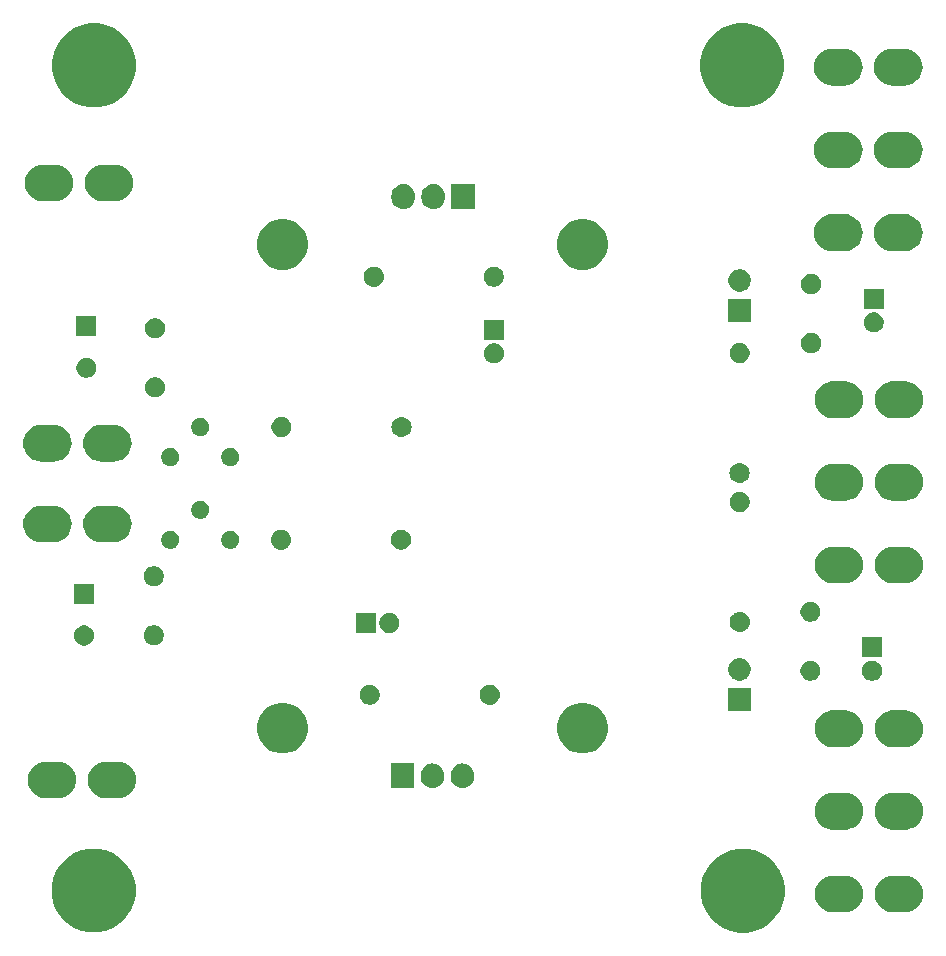
<source format=gbr>
G04 #@! TF.GenerationSoftware,KiCad,Pcbnew,(5.1.4)-1*
G04 #@! TF.CreationDate,2020-05-14T10:00:22+09:00*
G04 #@! TF.ProjectId,linearpowerboard,6c696e65-6172-4706-9f77-6572626f6172,2.1*
G04 #@! TF.SameCoordinates,Original*
G04 #@! TF.FileFunction,Soldermask,Top*
G04 #@! TF.FilePolarity,Negative*
%FSLAX46Y46*%
G04 Gerber Fmt 4.6, Leading zero omitted, Abs format (unit mm)*
G04 Created by KiCad (PCBNEW (5.1.4)-1) date 2020-05-14 10:00:22*
%MOMM*%
%LPD*%
G04 APERTURE LIST*
%ADD10C,0.100000*%
G04 APERTURE END LIST*
D10*
G36*
X212009632Y-122309307D02*
G01*
X212009635Y-122309308D01*
X212009634Y-122309308D01*
X212655874Y-122576989D01*
X213237476Y-122965603D01*
X213732087Y-123460214D01*
X214120701Y-124041816D01*
X214229651Y-124304845D01*
X214388383Y-124688058D01*
X214524845Y-125374101D01*
X214524845Y-126073589D01*
X214388383Y-126759632D01*
X214388382Y-126759634D01*
X214120701Y-127405874D01*
X213732087Y-127987476D01*
X213237476Y-128482087D01*
X212655874Y-128870701D01*
X212198913Y-129059980D01*
X212009632Y-129138383D01*
X211323589Y-129274845D01*
X210624101Y-129274845D01*
X209938058Y-129138383D01*
X209748777Y-129059980D01*
X209291816Y-128870701D01*
X208710214Y-128482087D01*
X208215603Y-127987476D01*
X207826989Y-127405874D01*
X207559308Y-126759634D01*
X207559307Y-126759632D01*
X207422845Y-126073589D01*
X207422845Y-125374101D01*
X207559307Y-124688058D01*
X207718039Y-124304845D01*
X207826989Y-124041816D01*
X208215603Y-123460214D01*
X208710214Y-122965603D01*
X209291816Y-122576989D01*
X209938056Y-122309308D01*
X209938055Y-122309308D01*
X209938058Y-122309307D01*
X210624101Y-122172845D01*
X211323589Y-122172845D01*
X212009632Y-122309307D01*
X212009632Y-122309307D01*
G37*
G36*
X157045787Y-122295462D02*
G01*
X157079214Y-122309308D01*
X157692029Y-122563144D01*
X158273631Y-122951758D01*
X158768242Y-123446369D01*
X159156856Y-124027971D01*
X159331252Y-124449000D01*
X159424538Y-124674213D01*
X159561000Y-125360256D01*
X159561000Y-126059744D01*
X159424538Y-126745787D01*
X159424537Y-126745789D01*
X159156856Y-127392029D01*
X158768242Y-127973631D01*
X158273631Y-128468242D01*
X157692029Y-128856856D01*
X157235068Y-129046135D01*
X157045787Y-129124538D01*
X156359744Y-129261000D01*
X155660256Y-129261000D01*
X154974213Y-129124538D01*
X154784932Y-129046135D01*
X154327971Y-128856856D01*
X153746369Y-128468242D01*
X153251758Y-127973631D01*
X152863144Y-127392029D01*
X152595463Y-126745789D01*
X152595462Y-126745787D01*
X152459000Y-126059744D01*
X152459000Y-125360256D01*
X152595462Y-124674213D01*
X152688748Y-124449000D01*
X152863144Y-124027971D01*
X153251758Y-123446369D01*
X153746369Y-122951758D01*
X154327971Y-122563144D01*
X154940786Y-122309308D01*
X154974213Y-122295462D01*
X155660256Y-122159000D01*
X156359744Y-122159000D01*
X157045787Y-122295462D01*
X157045787Y-122295462D01*
G37*
G36*
X224842143Y-124456481D02*
G01*
X224994049Y-124471442D01*
X225286414Y-124560130D01*
X225286416Y-124560131D01*
X225555858Y-124704150D01*
X225792029Y-124897971D01*
X225985850Y-125134142D01*
X226129869Y-125403584D01*
X226129870Y-125403586D01*
X226218558Y-125695951D01*
X226248504Y-126000000D01*
X226218558Y-126304049D01*
X226129870Y-126596414D01*
X226129869Y-126596416D01*
X225985850Y-126865858D01*
X225792029Y-127102029D01*
X225555858Y-127295850D01*
X225296268Y-127434603D01*
X225286414Y-127439870D01*
X224994049Y-127528558D01*
X224842143Y-127543519D01*
X224766191Y-127551000D01*
X223613809Y-127551000D01*
X223537857Y-127543519D01*
X223385951Y-127528558D01*
X223093586Y-127439870D01*
X223083732Y-127434603D01*
X222824142Y-127295850D01*
X222587971Y-127102029D01*
X222394150Y-126865858D01*
X222250131Y-126596416D01*
X222250130Y-126596414D01*
X222161442Y-126304049D01*
X222131496Y-126000000D01*
X222161442Y-125695951D01*
X222250130Y-125403586D01*
X222250131Y-125403584D01*
X222394150Y-125134142D01*
X222587971Y-124897971D01*
X222824142Y-124704150D01*
X223093584Y-124560131D01*
X223093586Y-124560130D01*
X223385951Y-124471442D01*
X223537857Y-124456481D01*
X223613809Y-124449000D01*
X224766191Y-124449000D01*
X224842143Y-124456481D01*
X224842143Y-124456481D01*
G37*
G36*
X219762143Y-124456481D02*
G01*
X219914049Y-124471442D01*
X220206414Y-124560130D01*
X220206416Y-124560131D01*
X220475858Y-124704150D01*
X220712029Y-124897971D01*
X220905850Y-125134142D01*
X221049869Y-125403584D01*
X221049870Y-125403586D01*
X221138558Y-125695951D01*
X221168504Y-126000000D01*
X221138558Y-126304049D01*
X221049870Y-126596414D01*
X221049869Y-126596416D01*
X220905850Y-126865858D01*
X220712029Y-127102029D01*
X220475858Y-127295850D01*
X220216268Y-127434603D01*
X220206414Y-127439870D01*
X219914049Y-127528558D01*
X219762143Y-127543519D01*
X219686191Y-127551000D01*
X218533809Y-127551000D01*
X218457857Y-127543519D01*
X218305951Y-127528558D01*
X218013586Y-127439870D01*
X218003732Y-127434603D01*
X217744142Y-127295850D01*
X217507971Y-127102029D01*
X217314150Y-126865858D01*
X217170131Y-126596416D01*
X217170130Y-126596414D01*
X217081442Y-126304049D01*
X217051496Y-126000000D01*
X217081442Y-125695951D01*
X217170130Y-125403586D01*
X217170131Y-125403584D01*
X217314150Y-125134142D01*
X217507971Y-124897971D01*
X217744142Y-124704150D01*
X218013584Y-124560131D01*
X218013586Y-124560130D01*
X218305951Y-124471442D01*
X218457857Y-124456481D01*
X218533809Y-124449000D01*
X219686191Y-124449000D01*
X219762143Y-124456481D01*
X219762143Y-124456481D01*
G37*
G36*
X219762143Y-117456481D02*
G01*
X219914049Y-117471442D01*
X220206414Y-117560130D01*
X220206416Y-117560131D01*
X220475858Y-117704150D01*
X220712029Y-117897971D01*
X220905850Y-118134142D01*
X221049869Y-118403584D01*
X221049870Y-118403586D01*
X221138558Y-118695951D01*
X221168504Y-119000000D01*
X221138558Y-119304049D01*
X221049870Y-119596414D01*
X221049869Y-119596416D01*
X220905850Y-119865858D01*
X220712029Y-120102029D01*
X220475858Y-120295850D01*
X220206416Y-120439869D01*
X220206414Y-120439870D01*
X219914049Y-120528558D01*
X219762143Y-120543519D01*
X219686191Y-120551000D01*
X218533809Y-120551000D01*
X218457857Y-120543519D01*
X218305951Y-120528558D01*
X218013586Y-120439870D01*
X218013584Y-120439869D01*
X217744142Y-120295850D01*
X217507971Y-120102029D01*
X217314150Y-119865858D01*
X217170131Y-119596416D01*
X217170130Y-119596414D01*
X217081442Y-119304049D01*
X217051496Y-119000000D01*
X217081442Y-118695951D01*
X217170130Y-118403586D01*
X217170131Y-118403584D01*
X217314150Y-118134142D01*
X217507971Y-117897971D01*
X217744142Y-117704150D01*
X218013584Y-117560131D01*
X218013586Y-117560130D01*
X218305951Y-117471442D01*
X218457857Y-117456481D01*
X218533809Y-117449000D01*
X219686191Y-117449000D01*
X219762143Y-117456481D01*
X219762143Y-117456481D01*
G37*
G36*
X224842143Y-117456481D02*
G01*
X224994049Y-117471442D01*
X225286414Y-117560130D01*
X225286416Y-117560131D01*
X225555858Y-117704150D01*
X225792029Y-117897971D01*
X225985850Y-118134142D01*
X226129869Y-118403584D01*
X226129870Y-118403586D01*
X226218558Y-118695951D01*
X226248504Y-119000000D01*
X226218558Y-119304049D01*
X226129870Y-119596414D01*
X226129869Y-119596416D01*
X225985850Y-119865858D01*
X225792029Y-120102029D01*
X225555858Y-120295850D01*
X225286416Y-120439869D01*
X225286414Y-120439870D01*
X224994049Y-120528558D01*
X224842143Y-120543519D01*
X224766191Y-120551000D01*
X223613809Y-120551000D01*
X223537857Y-120543519D01*
X223385951Y-120528558D01*
X223093586Y-120439870D01*
X223093584Y-120439869D01*
X222824142Y-120295850D01*
X222587971Y-120102029D01*
X222394150Y-119865858D01*
X222250131Y-119596416D01*
X222250130Y-119596414D01*
X222161442Y-119304049D01*
X222131496Y-119000000D01*
X222161442Y-118695951D01*
X222250130Y-118403586D01*
X222250131Y-118403584D01*
X222394150Y-118134142D01*
X222587971Y-117897971D01*
X222824142Y-117704150D01*
X223093584Y-117560131D01*
X223093586Y-117560130D01*
X223385951Y-117471442D01*
X223537857Y-117456481D01*
X223613809Y-117449000D01*
X224766191Y-117449000D01*
X224842143Y-117456481D01*
X224842143Y-117456481D01*
G37*
G36*
X158212143Y-114796481D02*
G01*
X158364049Y-114811442D01*
X158656414Y-114900130D01*
X158656416Y-114900131D01*
X158925858Y-115044150D01*
X159162029Y-115237971D01*
X159355850Y-115474142D01*
X159405280Y-115566620D01*
X159499870Y-115743586D01*
X159588558Y-116035951D01*
X159618504Y-116340000D01*
X159588558Y-116644049D01*
X159553228Y-116760515D01*
X159499869Y-116936416D01*
X159355850Y-117205858D01*
X159162029Y-117442029D01*
X158925858Y-117635850D01*
X158656416Y-117779869D01*
X158656414Y-117779870D01*
X158364049Y-117868558D01*
X158212143Y-117883519D01*
X158136191Y-117891000D01*
X156983809Y-117891000D01*
X156907857Y-117883519D01*
X156755951Y-117868558D01*
X156463586Y-117779870D01*
X156463584Y-117779869D01*
X156194142Y-117635850D01*
X155957971Y-117442029D01*
X155764150Y-117205858D01*
X155620131Y-116936416D01*
X155566772Y-116760515D01*
X155531442Y-116644049D01*
X155501496Y-116340000D01*
X155531442Y-116035951D01*
X155620130Y-115743586D01*
X155714720Y-115566620D01*
X155764150Y-115474142D01*
X155957971Y-115237971D01*
X156194142Y-115044150D01*
X156463584Y-114900131D01*
X156463586Y-114900130D01*
X156755951Y-114811442D01*
X156907857Y-114796481D01*
X156983809Y-114789000D01*
X158136191Y-114789000D01*
X158212143Y-114796481D01*
X158212143Y-114796481D01*
G37*
G36*
X153132143Y-114796481D02*
G01*
X153284049Y-114811442D01*
X153576414Y-114900130D01*
X153576416Y-114900131D01*
X153845858Y-115044150D01*
X154082029Y-115237971D01*
X154275850Y-115474142D01*
X154325280Y-115566620D01*
X154419870Y-115743586D01*
X154508558Y-116035951D01*
X154538504Y-116340000D01*
X154508558Y-116644049D01*
X154473228Y-116760515D01*
X154419869Y-116936416D01*
X154275850Y-117205858D01*
X154082029Y-117442029D01*
X153845858Y-117635850D01*
X153576416Y-117779869D01*
X153576414Y-117779870D01*
X153284049Y-117868558D01*
X153132143Y-117883519D01*
X153056191Y-117891000D01*
X151903809Y-117891000D01*
X151827857Y-117883519D01*
X151675951Y-117868558D01*
X151383586Y-117779870D01*
X151383584Y-117779869D01*
X151114142Y-117635850D01*
X150877971Y-117442029D01*
X150684150Y-117205858D01*
X150540131Y-116936416D01*
X150486772Y-116760515D01*
X150451442Y-116644049D01*
X150421496Y-116340000D01*
X150451442Y-116035951D01*
X150540130Y-115743586D01*
X150634720Y-115566620D01*
X150684150Y-115474142D01*
X150877971Y-115237971D01*
X151114142Y-115044150D01*
X151383584Y-114900131D01*
X151383586Y-114900130D01*
X151675951Y-114811442D01*
X151827857Y-114796481D01*
X151903809Y-114789000D01*
X153056191Y-114789000D01*
X153132143Y-114796481D01*
X153132143Y-114796481D01*
G37*
G36*
X184896719Y-114963520D02*
G01*
X185085880Y-115020901D01*
X185085883Y-115020902D01*
X185129378Y-115044151D01*
X185260212Y-115114083D01*
X185413015Y-115239485D01*
X185538417Y-115392288D01*
X185631599Y-115566619D01*
X185688980Y-115755780D01*
X185703500Y-115903206D01*
X185703500Y-116096793D01*
X185688980Y-116244219D01*
X185659925Y-116340000D01*
X185631598Y-116433383D01*
X185582182Y-116525833D01*
X185538417Y-116607712D01*
X185413015Y-116760515D01*
X185260212Y-116885917D01*
X185085881Y-116979099D01*
X184896720Y-117036480D01*
X184700000Y-117055855D01*
X184503281Y-117036480D01*
X184314120Y-116979099D01*
X184139788Y-116885917D01*
X183986985Y-116760515D01*
X183861583Y-116607712D01*
X183768401Y-116433381D01*
X183711020Y-116244220D01*
X183696500Y-116096794D01*
X183696500Y-115903207D01*
X183711020Y-115755781D01*
X183768401Y-115566620D01*
X183768402Y-115566617D01*
X183817831Y-115474142D01*
X183861583Y-115392288D01*
X183986985Y-115239485D01*
X184139788Y-115114083D01*
X184314119Y-115020901D01*
X184503280Y-114963520D01*
X184700000Y-114944145D01*
X184896719Y-114963520D01*
X184896719Y-114963520D01*
G37*
G36*
X187436719Y-114963520D02*
G01*
X187625880Y-115020901D01*
X187625883Y-115020902D01*
X187669378Y-115044151D01*
X187800212Y-115114083D01*
X187953015Y-115239485D01*
X188078417Y-115392288D01*
X188171599Y-115566619D01*
X188228980Y-115755780D01*
X188243500Y-115903206D01*
X188243500Y-116096793D01*
X188228980Y-116244219D01*
X188199925Y-116340000D01*
X188171598Y-116433383D01*
X188122182Y-116525833D01*
X188078417Y-116607712D01*
X187953015Y-116760515D01*
X187800212Y-116885917D01*
X187625881Y-116979099D01*
X187436720Y-117036480D01*
X187240000Y-117055855D01*
X187043281Y-117036480D01*
X186854120Y-116979099D01*
X186679788Y-116885917D01*
X186526985Y-116760515D01*
X186401583Y-116607712D01*
X186308401Y-116433381D01*
X186251020Y-116244220D01*
X186236500Y-116096794D01*
X186236500Y-115903207D01*
X186251020Y-115755781D01*
X186308401Y-115566620D01*
X186308402Y-115566617D01*
X186357831Y-115474142D01*
X186401583Y-115392288D01*
X186526985Y-115239485D01*
X186679788Y-115114083D01*
X186854119Y-115020901D01*
X187043280Y-114963520D01*
X187240000Y-114944145D01*
X187436719Y-114963520D01*
X187436719Y-114963520D01*
G37*
G36*
X183163500Y-117051000D02*
G01*
X181156500Y-117051000D01*
X181156500Y-114949000D01*
X183163500Y-114949000D01*
X183163500Y-117051000D01*
X183163500Y-117051000D01*
G37*
G36*
X198027423Y-109881661D02*
G01*
X198418879Y-110043807D01*
X198418881Y-110043808D01*
X198771183Y-110279209D01*
X199070791Y-110578817D01*
X199284043Y-110897971D01*
X199306193Y-110931121D01*
X199468339Y-111322577D01*
X199551000Y-111738144D01*
X199551000Y-112161856D01*
X199468339Y-112577423D01*
X199306193Y-112968879D01*
X199306192Y-112968881D01*
X199070791Y-113321183D01*
X198771183Y-113620791D01*
X198418881Y-113856192D01*
X198418880Y-113856193D01*
X198418879Y-113856193D01*
X198027423Y-114018339D01*
X197611856Y-114101000D01*
X197188144Y-114101000D01*
X196772577Y-114018339D01*
X196381121Y-113856193D01*
X196381120Y-113856193D01*
X196381119Y-113856192D01*
X196028817Y-113620791D01*
X195729209Y-113321183D01*
X195493808Y-112968881D01*
X195493807Y-112968879D01*
X195331661Y-112577423D01*
X195249000Y-112161856D01*
X195249000Y-111738144D01*
X195331661Y-111322577D01*
X195493807Y-110931121D01*
X195515957Y-110897971D01*
X195729209Y-110578817D01*
X196028817Y-110279209D01*
X196381119Y-110043808D01*
X196381121Y-110043807D01*
X196772577Y-109881661D01*
X197188144Y-109799000D01*
X197611856Y-109799000D01*
X198027423Y-109881661D01*
X198027423Y-109881661D01*
G37*
G36*
X172627423Y-109881661D02*
G01*
X173018879Y-110043807D01*
X173018881Y-110043808D01*
X173371183Y-110279209D01*
X173670791Y-110578817D01*
X173884043Y-110897971D01*
X173906193Y-110931121D01*
X174068339Y-111322577D01*
X174151000Y-111738144D01*
X174151000Y-112161856D01*
X174068339Y-112577423D01*
X173906193Y-112968879D01*
X173906192Y-112968881D01*
X173670791Y-113321183D01*
X173371183Y-113620791D01*
X173018881Y-113856192D01*
X173018880Y-113856193D01*
X173018879Y-113856193D01*
X172627423Y-114018339D01*
X172211856Y-114101000D01*
X171788144Y-114101000D01*
X171372577Y-114018339D01*
X170981121Y-113856193D01*
X170981120Y-113856193D01*
X170981119Y-113856192D01*
X170628817Y-113620791D01*
X170329209Y-113321183D01*
X170093808Y-112968881D01*
X170093807Y-112968879D01*
X169931661Y-112577423D01*
X169849000Y-112161856D01*
X169849000Y-111738144D01*
X169931661Y-111322577D01*
X170093807Y-110931121D01*
X170115957Y-110897971D01*
X170329209Y-110578817D01*
X170628817Y-110279209D01*
X170981119Y-110043808D01*
X170981121Y-110043807D01*
X171372577Y-109881661D01*
X171788144Y-109799000D01*
X172211856Y-109799000D01*
X172627423Y-109881661D01*
X172627423Y-109881661D01*
G37*
G36*
X224842143Y-110456481D02*
G01*
X224994049Y-110471442D01*
X225286414Y-110560130D01*
X225286416Y-110560131D01*
X225555858Y-110704150D01*
X225792029Y-110897971D01*
X225985850Y-111134142D01*
X226086570Y-111322577D01*
X226129870Y-111403586D01*
X226218558Y-111695951D01*
X226248504Y-112000000D01*
X226218558Y-112304049D01*
X226129870Y-112596414D01*
X226129869Y-112596416D01*
X225985850Y-112865858D01*
X225792029Y-113102029D01*
X225555858Y-113295850D01*
X225286416Y-113439869D01*
X225286414Y-113439870D01*
X224994049Y-113528558D01*
X224842143Y-113543519D01*
X224766191Y-113551000D01*
X223613809Y-113551000D01*
X223537857Y-113543519D01*
X223385951Y-113528558D01*
X223093586Y-113439870D01*
X223093584Y-113439869D01*
X222824142Y-113295850D01*
X222587971Y-113102029D01*
X222394150Y-112865858D01*
X222250131Y-112596416D01*
X222250130Y-112596414D01*
X222161442Y-112304049D01*
X222131496Y-112000000D01*
X222161442Y-111695951D01*
X222250130Y-111403586D01*
X222293430Y-111322577D01*
X222394150Y-111134142D01*
X222587971Y-110897971D01*
X222824142Y-110704150D01*
X223093584Y-110560131D01*
X223093586Y-110560130D01*
X223385951Y-110471442D01*
X223537857Y-110456481D01*
X223613809Y-110449000D01*
X224766191Y-110449000D01*
X224842143Y-110456481D01*
X224842143Y-110456481D01*
G37*
G36*
X219762143Y-110456481D02*
G01*
X219914049Y-110471442D01*
X220206414Y-110560130D01*
X220206416Y-110560131D01*
X220475858Y-110704150D01*
X220712029Y-110897971D01*
X220905850Y-111134142D01*
X221006570Y-111322577D01*
X221049870Y-111403586D01*
X221138558Y-111695951D01*
X221168504Y-112000000D01*
X221138558Y-112304049D01*
X221049870Y-112596414D01*
X221049869Y-112596416D01*
X220905850Y-112865858D01*
X220712029Y-113102029D01*
X220475858Y-113295850D01*
X220206416Y-113439869D01*
X220206414Y-113439870D01*
X219914049Y-113528558D01*
X219762143Y-113543519D01*
X219686191Y-113551000D01*
X218533809Y-113551000D01*
X218457857Y-113543519D01*
X218305951Y-113528558D01*
X218013586Y-113439870D01*
X218013584Y-113439869D01*
X217744142Y-113295850D01*
X217507971Y-113102029D01*
X217314150Y-112865858D01*
X217170131Y-112596416D01*
X217170130Y-112596414D01*
X217081442Y-112304049D01*
X217051496Y-112000000D01*
X217081442Y-111695951D01*
X217170130Y-111403586D01*
X217213430Y-111322577D01*
X217314150Y-111134142D01*
X217507971Y-110897971D01*
X217744142Y-110704150D01*
X218013584Y-110560131D01*
X218013586Y-110560130D01*
X218305951Y-110471442D01*
X218457857Y-110456481D01*
X218533809Y-110449000D01*
X219686191Y-110449000D01*
X219762143Y-110456481D01*
X219762143Y-110456481D01*
G37*
G36*
X211641000Y-110471000D02*
G01*
X209739000Y-110471000D01*
X209739000Y-108569000D01*
X211641000Y-108569000D01*
X211641000Y-110471000D01*
X211641000Y-110471000D01*
G37*
G36*
X179628228Y-108311703D02*
G01*
X179783100Y-108375853D01*
X179922481Y-108468985D01*
X180041015Y-108587519D01*
X180134147Y-108726900D01*
X180198297Y-108881772D01*
X180231000Y-109046184D01*
X180231000Y-109213816D01*
X180198297Y-109378228D01*
X180134147Y-109533100D01*
X180041015Y-109672481D01*
X179922481Y-109791015D01*
X179783100Y-109884147D01*
X179628228Y-109948297D01*
X179463816Y-109981000D01*
X179296184Y-109981000D01*
X179131772Y-109948297D01*
X178976900Y-109884147D01*
X178837519Y-109791015D01*
X178718985Y-109672481D01*
X178625853Y-109533100D01*
X178561703Y-109378228D01*
X178529000Y-109213816D01*
X178529000Y-109046184D01*
X178561703Y-108881772D01*
X178625853Y-108726900D01*
X178718985Y-108587519D01*
X178837519Y-108468985D01*
X178976900Y-108375853D01*
X179131772Y-108311703D01*
X179296184Y-108279000D01*
X179463816Y-108279000D01*
X179628228Y-108311703D01*
X179628228Y-108311703D01*
G37*
G36*
X189706823Y-108291313D02*
G01*
X189867242Y-108339976D01*
X189934361Y-108375852D01*
X190015078Y-108418996D01*
X190144659Y-108525341D01*
X190251004Y-108654922D01*
X190251005Y-108654924D01*
X190330024Y-108802758D01*
X190378687Y-108963177D01*
X190395117Y-109130000D01*
X190378687Y-109296823D01*
X190330024Y-109457242D01*
X190289477Y-109533100D01*
X190251004Y-109605078D01*
X190144659Y-109734659D01*
X190015078Y-109841004D01*
X190015076Y-109841005D01*
X189867242Y-109920024D01*
X189706823Y-109968687D01*
X189581804Y-109981000D01*
X189498196Y-109981000D01*
X189373177Y-109968687D01*
X189212758Y-109920024D01*
X189064924Y-109841005D01*
X189064922Y-109841004D01*
X188935341Y-109734659D01*
X188828996Y-109605078D01*
X188790523Y-109533100D01*
X188749976Y-109457242D01*
X188701313Y-109296823D01*
X188684883Y-109130000D01*
X188701313Y-108963177D01*
X188749976Y-108802758D01*
X188828995Y-108654924D01*
X188828996Y-108654922D01*
X188935341Y-108525341D01*
X189064922Y-108418996D01*
X189145639Y-108375852D01*
X189212758Y-108339976D01*
X189373177Y-108291313D01*
X189498196Y-108279000D01*
X189581804Y-108279000D01*
X189706823Y-108291313D01*
X189706823Y-108291313D01*
G37*
G36*
X222148228Y-106281703D02*
G01*
X222303100Y-106345853D01*
X222442481Y-106438985D01*
X222561015Y-106557519D01*
X222654147Y-106696900D01*
X222718297Y-106851772D01*
X222751000Y-107016184D01*
X222751000Y-107183816D01*
X222718297Y-107348228D01*
X222654147Y-107503100D01*
X222561015Y-107642481D01*
X222442481Y-107761015D01*
X222303100Y-107854147D01*
X222148228Y-107918297D01*
X221983816Y-107951000D01*
X221816184Y-107951000D01*
X221651772Y-107918297D01*
X221496900Y-107854147D01*
X221357519Y-107761015D01*
X221238985Y-107642481D01*
X221145853Y-107503100D01*
X221081703Y-107348228D01*
X221049000Y-107183816D01*
X221049000Y-107016184D01*
X221081703Y-106851772D01*
X221145853Y-106696900D01*
X221238985Y-106557519D01*
X221357519Y-106438985D01*
X221496900Y-106345853D01*
X221651772Y-106281703D01*
X221816184Y-106249000D01*
X221983816Y-106249000D01*
X222148228Y-106281703D01*
X222148228Y-106281703D01*
G37*
G36*
X216948228Y-106281703D02*
G01*
X217103100Y-106345853D01*
X217242481Y-106438985D01*
X217361015Y-106557519D01*
X217454147Y-106696900D01*
X217518297Y-106851772D01*
X217551000Y-107016184D01*
X217551000Y-107183816D01*
X217518297Y-107348228D01*
X217454147Y-107503100D01*
X217361015Y-107642481D01*
X217242481Y-107761015D01*
X217103100Y-107854147D01*
X216948228Y-107918297D01*
X216783816Y-107951000D01*
X216616184Y-107951000D01*
X216451772Y-107918297D01*
X216296900Y-107854147D01*
X216157519Y-107761015D01*
X216038985Y-107642481D01*
X215945853Y-107503100D01*
X215881703Y-107348228D01*
X215849000Y-107183816D01*
X215849000Y-107016184D01*
X215881703Y-106851772D01*
X215945853Y-106696900D01*
X216038985Y-106557519D01*
X216157519Y-106438985D01*
X216296900Y-106345853D01*
X216451772Y-106281703D01*
X216616184Y-106249000D01*
X216783816Y-106249000D01*
X216948228Y-106281703D01*
X216948228Y-106281703D01*
G37*
G36*
X210967395Y-106065546D02*
G01*
X211140466Y-106137234D01*
X211140467Y-106137235D01*
X211296227Y-106241310D01*
X211428690Y-106373773D01*
X211428691Y-106373775D01*
X211532766Y-106529534D01*
X211604454Y-106702605D01*
X211641000Y-106886333D01*
X211641000Y-107073667D01*
X211604454Y-107257395D01*
X211532766Y-107430466D01*
X211532765Y-107430467D01*
X211428690Y-107586227D01*
X211296227Y-107718690D01*
X211232883Y-107761015D01*
X211140466Y-107822766D01*
X210967395Y-107894454D01*
X210783667Y-107931000D01*
X210596333Y-107931000D01*
X210412605Y-107894454D01*
X210239534Y-107822766D01*
X210147117Y-107761015D01*
X210083773Y-107718690D01*
X209951310Y-107586227D01*
X209847235Y-107430467D01*
X209847234Y-107430466D01*
X209775546Y-107257395D01*
X209739000Y-107073667D01*
X209739000Y-106886333D01*
X209775546Y-106702605D01*
X209847234Y-106529534D01*
X209951309Y-106373775D01*
X209951310Y-106373773D01*
X210083773Y-106241310D01*
X210239533Y-106137235D01*
X210239534Y-106137234D01*
X210412605Y-106065546D01*
X210596333Y-106029000D01*
X210783667Y-106029000D01*
X210967395Y-106065546D01*
X210967395Y-106065546D01*
G37*
G36*
X222751000Y-105951000D02*
G01*
X221049000Y-105951000D01*
X221049000Y-104249000D01*
X222751000Y-104249000D01*
X222751000Y-105951000D01*
X222751000Y-105951000D01*
G37*
G36*
X155448228Y-103301703D02*
G01*
X155603100Y-103365853D01*
X155742481Y-103458985D01*
X155861015Y-103577519D01*
X155954147Y-103716900D01*
X156018297Y-103871772D01*
X156051000Y-104036184D01*
X156051000Y-104203816D01*
X156018297Y-104368228D01*
X155954147Y-104523100D01*
X155861015Y-104662481D01*
X155742481Y-104781015D01*
X155603100Y-104874147D01*
X155448228Y-104938297D01*
X155283816Y-104971000D01*
X155116184Y-104971000D01*
X154951772Y-104938297D01*
X154796900Y-104874147D01*
X154657519Y-104781015D01*
X154538985Y-104662481D01*
X154445853Y-104523100D01*
X154381703Y-104368228D01*
X154349000Y-104203816D01*
X154349000Y-104036184D01*
X154381703Y-103871772D01*
X154445853Y-103716900D01*
X154538985Y-103577519D01*
X154657519Y-103458985D01*
X154796900Y-103365853D01*
X154951772Y-103301703D01*
X155116184Y-103269000D01*
X155283816Y-103269000D01*
X155448228Y-103301703D01*
X155448228Y-103301703D01*
G37*
G36*
X161348228Y-103281703D02*
G01*
X161503100Y-103345853D01*
X161642481Y-103438985D01*
X161761015Y-103557519D01*
X161854147Y-103696900D01*
X161918297Y-103851772D01*
X161951000Y-104016184D01*
X161951000Y-104183816D01*
X161918297Y-104348228D01*
X161854147Y-104503100D01*
X161761015Y-104642481D01*
X161642481Y-104761015D01*
X161503100Y-104854147D01*
X161348228Y-104918297D01*
X161183816Y-104951000D01*
X161016184Y-104951000D01*
X160851772Y-104918297D01*
X160696900Y-104854147D01*
X160557519Y-104761015D01*
X160438985Y-104642481D01*
X160345853Y-104503100D01*
X160281703Y-104348228D01*
X160249000Y-104183816D01*
X160249000Y-104016184D01*
X160281703Y-103851772D01*
X160345853Y-103696900D01*
X160438985Y-103557519D01*
X160557519Y-103438985D01*
X160696900Y-103345853D01*
X160851772Y-103281703D01*
X161016184Y-103249000D01*
X161183816Y-103249000D01*
X161348228Y-103281703D01*
X161348228Y-103281703D01*
G37*
G36*
X179901000Y-103911000D02*
G01*
X178199000Y-103911000D01*
X178199000Y-102209000D01*
X179901000Y-102209000D01*
X179901000Y-103911000D01*
X179901000Y-103911000D01*
G37*
G36*
X181298228Y-102241703D02*
G01*
X181453100Y-102305853D01*
X181592481Y-102398985D01*
X181711015Y-102517519D01*
X181804147Y-102656900D01*
X181868297Y-102811772D01*
X181901000Y-102976184D01*
X181901000Y-103143816D01*
X181868297Y-103308228D01*
X181804147Y-103463100D01*
X181711015Y-103602481D01*
X181592481Y-103721015D01*
X181453100Y-103814147D01*
X181298228Y-103878297D01*
X181133816Y-103911000D01*
X180966184Y-103911000D01*
X180801772Y-103878297D01*
X180646900Y-103814147D01*
X180507519Y-103721015D01*
X180388985Y-103602481D01*
X180295853Y-103463100D01*
X180231703Y-103308228D01*
X180199000Y-103143816D01*
X180199000Y-102976184D01*
X180231703Y-102811772D01*
X180295853Y-102656900D01*
X180388985Y-102517519D01*
X180507519Y-102398985D01*
X180646900Y-102305853D01*
X180801772Y-102241703D01*
X180966184Y-102209000D01*
X181133816Y-102209000D01*
X181298228Y-102241703D01*
X181298228Y-102241703D01*
G37*
G36*
X210876823Y-102131313D02*
G01*
X211037242Y-102179976D01*
X211152725Y-102241703D01*
X211185078Y-102258996D01*
X211314659Y-102365341D01*
X211421004Y-102494922D01*
X211421005Y-102494924D01*
X211500024Y-102642758D01*
X211548687Y-102803177D01*
X211565117Y-102970000D01*
X211548687Y-103136823D01*
X211500024Y-103297242D01*
X211429114Y-103429906D01*
X211421004Y-103445078D01*
X211314659Y-103574659D01*
X211185078Y-103681004D01*
X211185076Y-103681005D01*
X211037242Y-103760024D01*
X210876823Y-103808687D01*
X210751804Y-103821000D01*
X210668196Y-103821000D01*
X210543177Y-103808687D01*
X210382758Y-103760024D01*
X210234924Y-103681005D01*
X210234922Y-103681004D01*
X210105341Y-103574659D01*
X209998996Y-103445078D01*
X209990886Y-103429906D01*
X209919976Y-103297242D01*
X209871313Y-103136823D01*
X209854883Y-102970000D01*
X209871313Y-102803177D01*
X209919976Y-102642758D01*
X209998995Y-102494924D01*
X209998996Y-102494922D01*
X210105341Y-102365341D01*
X210234922Y-102258996D01*
X210267275Y-102241703D01*
X210382758Y-102179976D01*
X210543177Y-102131313D01*
X210668196Y-102119000D01*
X210751804Y-102119000D01*
X210876823Y-102131313D01*
X210876823Y-102131313D01*
G37*
G36*
X216948228Y-101281703D02*
G01*
X217103100Y-101345853D01*
X217242481Y-101438985D01*
X217361015Y-101557519D01*
X217454147Y-101696900D01*
X217518297Y-101851772D01*
X217551000Y-102016184D01*
X217551000Y-102183816D01*
X217518297Y-102348228D01*
X217454147Y-102503100D01*
X217361015Y-102642481D01*
X217242481Y-102761015D01*
X217103100Y-102854147D01*
X216948228Y-102918297D01*
X216783816Y-102951000D01*
X216616184Y-102951000D01*
X216451772Y-102918297D01*
X216296900Y-102854147D01*
X216157519Y-102761015D01*
X216038985Y-102642481D01*
X215945853Y-102503100D01*
X215881703Y-102348228D01*
X215849000Y-102183816D01*
X215849000Y-102016184D01*
X215881703Y-101851772D01*
X215945853Y-101696900D01*
X216038985Y-101557519D01*
X216157519Y-101438985D01*
X216296900Y-101345853D01*
X216451772Y-101281703D01*
X216616184Y-101249000D01*
X216783816Y-101249000D01*
X216948228Y-101281703D01*
X216948228Y-101281703D01*
G37*
G36*
X156051000Y-101471000D02*
G01*
X154349000Y-101471000D01*
X154349000Y-99769000D01*
X156051000Y-99769000D01*
X156051000Y-101471000D01*
X156051000Y-101471000D01*
G37*
G36*
X161348228Y-98281703D02*
G01*
X161503100Y-98345853D01*
X161642481Y-98438985D01*
X161761015Y-98557519D01*
X161854147Y-98696900D01*
X161918297Y-98851772D01*
X161951000Y-99016184D01*
X161951000Y-99183816D01*
X161918297Y-99348228D01*
X161854147Y-99503100D01*
X161761015Y-99642481D01*
X161642481Y-99761015D01*
X161503100Y-99854147D01*
X161348228Y-99918297D01*
X161183816Y-99951000D01*
X161016184Y-99951000D01*
X160851772Y-99918297D01*
X160696900Y-99854147D01*
X160557519Y-99761015D01*
X160438985Y-99642481D01*
X160345853Y-99503100D01*
X160281703Y-99348228D01*
X160249000Y-99183816D01*
X160249000Y-99016184D01*
X160281703Y-98851772D01*
X160345853Y-98696900D01*
X160438985Y-98557519D01*
X160557519Y-98438985D01*
X160696900Y-98345853D01*
X160851772Y-98281703D01*
X161016184Y-98249000D01*
X161183816Y-98249000D01*
X161348228Y-98281703D01*
X161348228Y-98281703D01*
G37*
G36*
X224842143Y-96596481D02*
G01*
X224994049Y-96611442D01*
X225286414Y-96700130D01*
X225286416Y-96700131D01*
X225555858Y-96844150D01*
X225792029Y-97037971D01*
X225985850Y-97274142D01*
X226129869Y-97543584D01*
X226129870Y-97543586D01*
X226218558Y-97835951D01*
X226248504Y-98140000D01*
X226218558Y-98444049D01*
X226129870Y-98736414D01*
X226129869Y-98736416D01*
X225985850Y-99005858D01*
X225792029Y-99242029D01*
X225555858Y-99435850D01*
X225286416Y-99579869D01*
X225286414Y-99579870D01*
X224994049Y-99668558D01*
X224842143Y-99683519D01*
X224766191Y-99691000D01*
X223613809Y-99691000D01*
X223537857Y-99683519D01*
X223385951Y-99668558D01*
X223093586Y-99579870D01*
X223093584Y-99579869D01*
X222824142Y-99435850D01*
X222587971Y-99242029D01*
X222394150Y-99005858D01*
X222250131Y-98736416D01*
X222250130Y-98736414D01*
X222161442Y-98444049D01*
X222131496Y-98140000D01*
X222161442Y-97835951D01*
X222250130Y-97543586D01*
X222250131Y-97543584D01*
X222394150Y-97274142D01*
X222587971Y-97037971D01*
X222824142Y-96844150D01*
X223093584Y-96700131D01*
X223093586Y-96700130D01*
X223385951Y-96611442D01*
X223537857Y-96596481D01*
X223613809Y-96589000D01*
X224766191Y-96589000D01*
X224842143Y-96596481D01*
X224842143Y-96596481D01*
G37*
G36*
X219762143Y-96596481D02*
G01*
X219914049Y-96611442D01*
X220206414Y-96700130D01*
X220206416Y-96700131D01*
X220475858Y-96844150D01*
X220712029Y-97037971D01*
X220905850Y-97274142D01*
X221049869Y-97543584D01*
X221049870Y-97543586D01*
X221138558Y-97835951D01*
X221168504Y-98140000D01*
X221138558Y-98444049D01*
X221049870Y-98736414D01*
X221049869Y-98736416D01*
X220905850Y-99005858D01*
X220712029Y-99242029D01*
X220475858Y-99435850D01*
X220206416Y-99579869D01*
X220206414Y-99579870D01*
X219914049Y-99668558D01*
X219762143Y-99683519D01*
X219686191Y-99691000D01*
X218533809Y-99691000D01*
X218457857Y-99683519D01*
X218305951Y-99668558D01*
X218013586Y-99579870D01*
X218013584Y-99579869D01*
X217744142Y-99435850D01*
X217507971Y-99242029D01*
X217314150Y-99005858D01*
X217170131Y-98736416D01*
X217170130Y-98736414D01*
X217081442Y-98444049D01*
X217051496Y-98140000D01*
X217081442Y-97835951D01*
X217170130Y-97543586D01*
X217170131Y-97543584D01*
X217314150Y-97274142D01*
X217507971Y-97037971D01*
X217744142Y-96844150D01*
X218013584Y-96700131D01*
X218013586Y-96700130D01*
X218305951Y-96611442D01*
X218457857Y-96596481D01*
X218533809Y-96589000D01*
X219686191Y-96589000D01*
X219762143Y-96596481D01*
X219762143Y-96596481D01*
G37*
G36*
X172036823Y-95161313D02*
G01*
X172197242Y-95209976D01*
X172293479Y-95261416D01*
X172345078Y-95288996D01*
X172474659Y-95395341D01*
X172581004Y-95524922D01*
X172581005Y-95524924D01*
X172660024Y-95672758D01*
X172708687Y-95833177D01*
X172725117Y-96000000D01*
X172708687Y-96166823D01*
X172660024Y-96327242D01*
X172619477Y-96403100D01*
X172581004Y-96475078D01*
X172474659Y-96604659D01*
X172345078Y-96711004D01*
X172345076Y-96711005D01*
X172197242Y-96790024D01*
X172036823Y-96838687D01*
X171911804Y-96851000D01*
X171828196Y-96851000D01*
X171703177Y-96838687D01*
X171542758Y-96790024D01*
X171394924Y-96711005D01*
X171394922Y-96711004D01*
X171265341Y-96604659D01*
X171158996Y-96475078D01*
X171120523Y-96403100D01*
X171079976Y-96327242D01*
X171031313Y-96166823D01*
X171014883Y-96000000D01*
X171031313Y-95833177D01*
X171079976Y-95672758D01*
X171158995Y-95524924D01*
X171158996Y-95524922D01*
X171265341Y-95395341D01*
X171394922Y-95288996D01*
X171446521Y-95261416D01*
X171542758Y-95209976D01*
X171703177Y-95161313D01*
X171828196Y-95149000D01*
X171911804Y-95149000D01*
X172036823Y-95161313D01*
X172036823Y-95161313D01*
G37*
G36*
X182278228Y-95181703D02*
G01*
X182433100Y-95245853D01*
X182572481Y-95338985D01*
X182691015Y-95457519D01*
X182784147Y-95596900D01*
X182848297Y-95751772D01*
X182881000Y-95916184D01*
X182881000Y-96083816D01*
X182848297Y-96248228D01*
X182784147Y-96403100D01*
X182691015Y-96542481D01*
X182572481Y-96661015D01*
X182433100Y-96754147D01*
X182278228Y-96818297D01*
X182113816Y-96851000D01*
X181946184Y-96851000D01*
X181781772Y-96818297D01*
X181626900Y-96754147D01*
X181487519Y-96661015D01*
X181368985Y-96542481D01*
X181275853Y-96403100D01*
X181211703Y-96248228D01*
X181179000Y-96083816D01*
X181179000Y-95916184D01*
X181211703Y-95751772D01*
X181275853Y-95596900D01*
X181368985Y-95457519D01*
X181487519Y-95338985D01*
X181626900Y-95245853D01*
X181781772Y-95181703D01*
X181946184Y-95149000D01*
X182113816Y-95149000D01*
X182278228Y-95181703D01*
X182278228Y-95181703D01*
G37*
G36*
X162625589Y-95238876D02*
G01*
X162724893Y-95258629D01*
X162865206Y-95316748D01*
X162991484Y-95401125D01*
X163098875Y-95508516D01*
X163183252Y-95634794D01*
X163241371Y-95775107D01*
X163271000Y-95924063D01*
X163271000Y-96075937D01*
X163241371Y-96224893D01*
X163183252Y-96365206D01*
X163098875Y-96491484D01*
X162991484Y-96598875D01*
X162865206Y-96683252D01*
X162724893Y-96741371D01*
X162660663Y-96754147D01*
X162575938Y-96771000D01*
X162424062Y-96771000D01*
X162339337Y-96754147D01*
X162275107Y-96741371D01*
X162134794Y-96683252D01*
X162008516Y-96598875D01*
X161901125Y-96491484D01*
X161816748Y-96365206D01*
X161758629Y-96224893D01*
X161729000Y-96075937D01*
X161729000Y-95924063D01*
X161758629Y-95775107D01*
X161816748Y-95634794D01*
X161901125Y-95508516D01*
X162008516Y-95401125D01*
X162134794Y-95316748D01*
X162275107Y-95258629D01*
X162374411Y-95238876D01*
X162424062Y-95229000D01*
X162575938Y-95229000D01*
X162625589Y-95238876D01*
X162625589Y-95238876D01*
G37*
G36*
X167705589Y-95238876D02*
G01*
X167804893Y-95258629D01*
X167945206Y-95316748D01*
X168071484Y-95401125D01*
X168178875Y-95508516D01*
X168263252Y-95634794D01*
X168321371Y-95775107D01*
X168351000Y-95924063D01*
X168351000Y-96075937D01*
X168321371Y-96224893D01*
X168263252Y-96365206D01*
X168178875Y-96491484D01*
X168071484Y-96598875D01*
X167945206Y-96683252D01*
X167804893Y-96741371D01*
X167740663Y-96754147D01*
X167655938Y-96771000D01*
X167504062Y-96771000D01*
X167419337Y-96754147D01*
X167355107Y-96741371D01*
X167214794Y-96683252D01*
X167088516Y-96598875D01*
X166981125Y-96491484D01*
X166896748Y-96365206D01*
X166838629Y-96224893D01*
X166809000Y-96075937D01*
X166809000Y-95924063D01*
X166838629Y-95775107D01*
X166896748Y-95634794D01*
X166981125Y-95508516D01*
X167088516Y-95401125D01*
X167214794Y-95316748D01*
X167355107Y-95258629D01*
X167454411Y-95238876D01*
X167504062Y-95229000D01*
X167655938Y-95229000D01*
X167705589Y-95238876D01*
X167705589Y-95238876D01*
G37*
G36*
X157832143Y-93121481D02*
G01*
X157984049Y-93136442D01*
X158276414Y-93225130D01*
X158276416Y-93225131D01*
X158545858Y-93369150D01*
X158782029Y-93562971D01*
X158975850Y-93799142D01*
X159057278Y-93951484D01*
X159119870Y-94068586D01*
X159208558Y-94360951D01*
X159238504Y-94665000D01*
X159208558Y-94969049D01*
X159119870Y-95261414D01*
X159119869Y-95261416D01*
X158975850Y-95530858D01*
X158782029Y-95767029D01*
X158545858Y-95960850D01*
X158276416Y-96104869D01*
X158276414Y-96104870D01*
X157984049Y-96193558D01*
X157832143Y-96208519D01*
X157756191Y-96216000D01*
X156603809Y-96216000D01*
X156527857Y-96208519D01*
X156375951Y-96193558D01*
X156083586Y-96104870D01*
X156083584Y-96104869D01*
X155814142Y-95960850D01*
X155577971Y-95767029D01*
X155384150Y-95530858D01*
X155240131Y-95261416D01*
X155240130Y-95261414D01*
X155151442Y-94969049D01*
X155121496Y-94665000D01*
X155151442Y-94360951D01*
X155240130Y-94068586D01*
X155302722Y-93951484D01*
X155384150Y-93799142D01*
X155577971Y-93562971D01*
X155814142Y-93369150D01*
X156083584Y-93225131D01*
X156083586Y-93225130D01*
X156375951Y-93136442D01*
X156527857Y-93121481D01*
X156603809Y-93114000D01*
X157756191Y-93114000D01*
X157832143Y-93121481D01*
X157832143Y-93121481D01*
G37*
G36*
X152752143Y-93121481D02*
G01*
X152904049Y-93136442D01*
X153196414Y-93225130D01*
X153196416Y-93225131D01*
X153465858Y-93369150D01*
X153702029Y-93562971D01*
X153895850Y-93799142D01*
X153977278Y-93951484D01*
X154039870Y-94068586D01*
X154128558Y-94360951D01*
X154158504Y-94665000D01*
X154128558Y-94969049D01*
X154039870Y-95261414D01*
X154039869Y-95261416D01*
X153895850Y-95530858D01*
X153702029Y-95767029D01*
X153465858Y-95960850D01*
X153196416Y-96104869D01*
X153196414Y-96104870D01*
X152904049Y-96193558D01*
X152752143Y-96208519D01*
X152676191Y-96216000D01*
X151523809Y-96216000D01*
X151447857Y-96208519D01*
X151295951Y-96193558D01*
X151003586Y-96104870D01*
X151003584Y-96104869D01*
X150734142Y-95960850D01*
X150497971Y-95767029D01*
X150304150Y-95530858D01*
X150160131Y-95261416D01*
X150160130Y-95261414D01*
X150071442Y-94969049D01*
X150041496Y-94665000D01*
X150071442Y-94360951D01*
X150160130Y-94068586D01*
X150222722Y-93951484D01*
X150304150Y-93799142D01*
X150497971Y-93562971D01*
X150734142Y-93369150D01*
X151003584Y-93225131D01*
X151003586Y-93225130D01*
X151295951Y-93136442D01*
X151447857Y-93121481D01*
X151523809Y-93114000D01*
X152676191Y-93114000D01*
X152752143Y-93121481D01*
X152752143Y-93121481D01*
G37*
G36*
X165165589Y-92698876D02*
G01*
X165264893Y-92718629D01*
X165405206Y-92776748D01*
X165531484Y-92861125D01*
X165638875Y-92968516D01*
X165723252Y-93094794D01*
X165781371Y-93235107D01*
X165811000Y-93384063D01*
X165811000Y-93535937D01*
X165781371Y-93684893D01*
X165723252Y-93825206D01*
X165638875Y-93951484D01*
X165531484Y-94058875D01*
X165405206Y-94143252D01*
X165264893Y-94201371D01*
X165165589Y-94221124D01*
X165115938Y-94231000D01*
X164964062Y-94231000D01*
X164914411Y-94221124D01*
X164815107Y-94201371D01*
X164674794Y-94143252D01*
X164548516Y-94058875D01*
X164441125Y-93951484D01*
X164356748Y-93825206D01*
X164298629Y-93684893D01*
X164269000Y-93535937D01*
X164269000Y-93384063D01*
X164298629Y-93235107D01*
X164356748Y-93094794D01*
X164441125Y-92968516D01*
X164548516Y-92861125D01*
X164674794Y-92776748D01*
X164815107Y-92718629D01*
X164914411Y-92698876D01*
X164964062Y-92689000D01*
X165115938Y-92689000D01*
X165165589Y-92698876D01*
X165165589Y-92698876D01*
G37*
G36*
X210958228Y-91991703D02*
G01*
X211113100Y-92055853D01*
X211252481Y-92148985D01*
X211371015Y-92267519D01*
X211464147Y-92406900D01*
X211528297Y-92561772D01*
X211561000Y-92726184D01*
X211561000Y-92893816D01*
X211528297Y-93058228D01*
X211464147Y-93213100D01*
X211371015Y-93352481D01*
X211252481Y-93471015D01*
X211113100Y-93564147D01*
X210958228Y-93628297D01*
X210793816Y-93661000D01*
X210626184Y-93661000D01*
X210461772Y-93628297D01*
X210306900Y-93564147D01*
X210167519Y-93471015D01*
X210048985Y-93352481D01*
X209955853Y-93213100D01*
X209891703Y-93058228D01*
X209859000Y-92893816D01*
X209859000Y-92726184D01*
X209891703Y-92561772D01*
X209955853Y-92406900D01*
X210048985Y-92267519D01*
X210167519Y-92148985D01*
X210306900Y-92055853D01*
X210461772Y-91991703D01*
X210626184Y-91959000D01*
X210793816Y-91959000D01*
X210958228Y-91991703D01*
X210958228Y-91991703D01*
G37*
G36*
X224842143Y-89596481D02*
G01*
X224994049Y-89611442D01*
X225286414Y-89700130D01*
X225286416Y-89700131D01*
X225555858Y-89844150D01*
X225792029Y-90037971D01*
X225985850Y-90274142D01*
X226120910Y-90526823D01*
X226129870Y-90543586D01*
X226218558Y-90835951D01*
X226248504Y-91140000D01*
X226218558Y-91444049D01*
X226129870Y-91736414D01*
X226129869Y-91736416D01*
X225985850Y-92005858D01*
X225792029Y-92242029D01*
X225555858Y-92435850D01*
X225320275Y-92561771D01*
X225286414Y-92579870D01*
X224994049Y-92668558D01*
X224842143Y-92683519D01*
X224766191Y-92691000D01*
X223613809Y-92691000D01*
X223537857Y-92683519D01*
X223385951Y-92668558D01*
X223093586Y-92579870D01*
X223059725Y-92561771D01*
X222824142Y-92435850D01*
X222587971Y-92242029D01*
X222394150Y-92005858D01*
X222250131Y-91736416D01*
X222250130Y-91736414D01*
X222161442Y-91444049D01*
X222131496Y-91140000D01*
X222161442Y-90835951D01*
X222250130Y-90543586D01*
X222259090Y-90526823D01*
X222394150Y-90274142D01*
X222587971Y-90037971D01*
X222824142Y-89844150D01*
X223093584Y-89700131D01*
X223093586Y-89700130D01*
X223385951Y-89611442D01*
X223537857Y-89596481D01*
X223613809Y-89589000D01*
X224766191Y-89589000D01*
X224842143Y-89596481D01*
X224842143Y-89596481D01*
G37*
G36*
X219762143Y-89596481D02*
G01*
X219914049Y-89611442D01*
X220206414Y-89700130D01*
X220206416Y-89700131D01*
X220475858Y-89844150D01*
X220712029Y-90037971D01*
X220905850Y-90274142D01*
X221040910Y-90526823D01*
X221049870Y-90543586D01*
X221138558Y-90835951D01*
X221168504Y-91140000D01*
X221138558Y-91444049D01*
X221049870Y-91736414D01*
X221049869Y-91736416D01*
X220905850Y-92005858D01*
X220712029Y-92242029D01*
X220475858Y-92435850D01*
X220240275Y-92561771D01*
X220206414Y-92579870D01*
X219914049Y-92668558D01*
X219762143Y-92683519D01*
X219686191Y-92691000D01*
X218533809Y-92691000D01*
X218457857Y-92683519D01*
X218305951Y-92668558D01*
X218013586Y-92579870D01*
X217979725Y-92561771D01*
X217744142Y-92435850D01*
X217507971Y-92242029D01*
X217314150Y-92005858D01*
X217170131Y-91736416D01*
X217170130Y-91736414D01*
X217081442Y-91444049D01*
X217051496Y-91140000D01*
X217081442Y-90835951D01*
X217170130Y-90543586D01*
X217179090Y-90526823D01*
X217314150Y-90274142D01*
X217507971Y-90037971D01*
X217744142Y-89844150D01*
X218013584Y-89700131D01*
X218013586Y-89700130D01*
X218305951Y-89611442D01*
X218457857Y-89596481D01*
X218533809Y-89589000D01*
X219686191Y-89589000D01*
X219762143Y-89596481D01*
X219762143Y-89596481D01*
G37*
G36*
X210866823Y-89521313D02*
G01*
X211027242Y-89569976D01*
X211062833Y-89589000D01*
X211175078Y-89648996D01*
X211304659Y-89755341D01*
X211411004Y-89884922D01*
X211411005Y-89884924D01*
X211490024Y-90032758D01*
X211538687Y-90193177D01*
X211555117Y-90360000D01*
X211538687Y-90526823D01*
X211490024Y-90687242D01*
X211419114Y-90819906D01*
X211411004Y-90835078D01*
X211304659Y-90964659D01*
X211175078Y-91071004D01*
X211175076Y-91071005D01*
X211027242Y-91150024D01*
X210866823Y-91198687D01*
X210741804Y-91211000D01*
X210658196Y-91211000D01*
X210533177Y-91198687D01*
X210372758Y-91150024D01*
X210224924Y-91071005D01*
X210224922Y-91071004D01*
X210095341Y-90964659D01*
X209988996Y-90835078D01*
X209980886Y-90819906D01*
X209909976Y-90687242D01*
X209861313Y-90526823D01*
X209844883Y-90360000D01*
X209861313Y-90193177D01*
X209909976Y-90032758D01*
X209988995Y-89884924D01*
X209988996Y-89884922D01*
X210095341Y-89755341D01*
X210224922Y-89648996D01*
X210337167Y-89589000D01*
X210372758Y-89569976D01*
X210533177Y-89521313D01*
X210658196Y-89509000D01*
X210741804Y-89509000D01*
X210866823Y-89521313D01*
X210866823Y-89521313D01*
G37*
G36*
X162625589Y-88238876D02*
G01*
X162724893Y-88258629D01*
X162865206Y-88316748D01*
X162991484Y-88401125D01*
X163098875Y-88508516D01*
X163183252Y-88634794D01*
X163241371Y-88775107D01*
X163271000Y-88924063D01*
X163271000Y-89075937D01*
X163241371Y-89224893D01*
X163183252Y-89365206D01*
X163098875Y-89491484D01*
X162991484Y-89598875D01*
X162865206Y-89683252D01*
X162724893Y-89741371D01*
X162625589Y-89761124D01*
X162575938Y-89771000D01*
X162424062Y-89771000D01*
X162374411Y-89761124D01*
X162275107Y-89741371D01*
X162134794Y-89683252D01*
X162008516Y-89598875D01*
X161901125Y-89491484D01*
X161816748Y-89365206D01*
X161758629Y-89224893D01*
X161729000Y-89075937D01*
X161729000Y-88924063D01*
X161758629Y-88775107D01*
X161816748Y-88634794D01*
X161901125Y-88508516D01*
X162008516Y-88401125D01*
X162134794Y-88316748D01*
X162275107Y-88258629D01*
X162374411Y-88238876D01*
X162424062Y-88229000D01*
X162575938Y-88229000D01*
X162625589Y-88238876D01*
X162625589Y-88238876D01*
G37*
G36*
X167705589Y-88238876D02*
G01*
X167804893Y-88258629D01*
X167945206Y-88316748D01*
X168071484Y-88401125D01*
X168178875Y-88508516D01*
X168263252Y-88634794D01*
X168321371Y-88775107D01*
X168351000Y-88924063D01*
X168351000Y-89075937D01*
X168321371Y-89224893D01*
X168263252Y-89365206D01*
X168178875Y-89491484D01*
X168071484Y-89598875D01*
X167945206Y-89683252D01*
X167804893Y-89741371D01*
X167705589Y-89761124D01*
X167655938Y-89771000D01*
X167504062Y-89771000D01*
X167454411Y-89761124D01*
X167355107Y-89741371D01*
X167214794Y-89683252D01*
X167088516Y-89598875D01*
X166981125Y-89491484D01*
X166896748Y-89365206D01*
X166838629Y-89224893D01*
X166809000Y-89075937D01*
X166809000Y-88924063D01*
X166838629Y-88775107D01*
X166896748Y-88634794D01*
X166981125Y-88508516D01*
X167088516Y-88401125D01*
X167214794Y-88316748D01*
X167355107Y-88258629D01*
X167454411Y-88238876D01*
X167504062Y-88229000D01*
X167655938Y-88229000D01*
X167705589Y-88238876D01*
X167705589Y-88238876D01*
G37*
G36*
X152752143Y-86296481D02*
G01*
X152904049Y-86311442D01*
X153196414Y-86400130D01*
X153196416Y-86400131D01*
X153465858Y-86544150D01*
X153702029Y-86737971D01*
X153895850Y-86974142D01*
X154006419Y-87181004D01*
X154039870Y-87243586D01*
X154128558Y-87535951D01*
X154158504Y-87840000D01*
X154128558Y-88144049D01*
X154039870Y-88436414D01*
X154039869Y-88436416D01*
X153895850Y-88705858D01*
X153702029Y-88942029D01*
X153465858Y-89135850D01*
X153299269Y-89224893D01*
X153196414Y-89279870D01*
X152904049Y-89368558D01*
X152752143Y-89383519D01*
X152676191Y-89391000D01*
X151523809Y-89391000D01*
X151447857Y-89383519D01*
X151295951Y-89368558D01*
X151003586Y-89279870D01*
X150900731Y-89224893D01*
X150734142Y-89135850D01*
X150497971Y-88942029D01*
X150304150Y-88705858D01*
X150160131Y-88436416D01*
X150160130Y-88436414D01*
X150071442Y-88144049D01*
X150041496Y-87840000D01*
X150071442Y-87535951D01*
X150160130Y-87243586D01*
X150193581Y-87181004D01*
X150304150Y-86974142D01*
X150497971Y-86737971D01*
X150734142Y-86544150D01*
X151003584Y-86400131D01*
X151003586Y-86400130D01*
X151295951Y-86311442D01*
X151447857Y-86296481D01*
X151523809Y-86289000D01*
X152676191Y-86289000D01*
X152752143Y-86296481D01*
X152752143Y-86296481D01*
G37*
G36*
X157832143Y-86296481D02*
G01*
X157984049Y-86311442D01*
X158276414Y-86400130D01*
X158276416Y-86400131D01*
X158545858Y-86544150D01*
X158782029Y-86737971D01*
X158975850Y-86974142D01*
X159086419Y-87181004D01*
X159119870Y-87243586D01*
X159208558Y-87535951D01*
X159238504Y-87840000D01*
X159208558Y-88144049D01*
X159119870Y-88436414D01*
X159119869Y-88436416D01*
X158975850Y-88705858D01*
X158782029Y-88942029D01*
X158545858Y-89135850D01*
X158379269Y-89224893D01*
X158276414Y-89279870D01*
X157984049Y-89368558D01*
X157832143Y-89383519D01*
X157756191Y-89391000D01*
X156603809Y-89391000D01*
X156527857Y-89383519D01*
X156375951Y-89368558D01*
X156083586Y-89279870D01*
X155980731Y-89224893D01*
X155814142Y-89135850D01*
X155577971Y-88942029D01*
X155384150Y-88705858D01*
X155240131Y-88436416D01*
X155240130Y-88436414D01*
X155151442Y-88144049D01*
X155121496Y-87840000D01*
X155151442Y-87535951D01*
X155240130Y-87243586D01*
X155273581Y-87181004D01*
X155384150Y-86974142D01*
X155577971Y-86737971D01*
X155814142Y-86544150D01*
X156083584Y-86400131D01*
X156083586Y-86400130D01*
X156375951Y-86311442D01*
X156527857Y-86296481D01*
X156603809Y-86289000D01*
X157756191Y-86289000D01*
X157832143Y-86296481D01*
X157832143Y-86296481D01*
G37*
G36*
X172158228Y-85651703D02*
G01*
X172313100Y-85715853D01*
X172452481Y-85808985D01*
X172571015Y-85927519D01*
X172664147Y-86066900D01*
X172728297Y-86221772D01*
X172761000Y-86386184D01*
X172761000Y-86553816D01*
X172728297Y-86718228D01*
X172664147Y-86873100D01*
X172571015Y-87012481D01*
X172452481Y-87131015D01*
X172313100Y-87224147D01*
X172158228Y-87288297D01*
X171993816Y-87321000D01*
X171826184Y-87321000D01*
X171661772Y-87288297D01*
X171506900Y-87224147D01*
X171367519Y-87131015D01*
X171248985Y-87012481D01*
X171155853Y-86873100D01*
X171091703Y-86718228D01*
X171059000Y-86553816D01*
X171059000Y-86386184D01*
X171091703Y-86221772D01*
X171155853Y-86066900D01*
X171248985Y-85927519D01*
X171367519Y-85808985D01*
X171506900Y-85715853D01*
X171661772Y-85651703D01*
X171826184Y-85619000D01*
X171993816Y-85619000D01*
X172158228Y-85651703D01*
X172158228Y-85651703D01*
G37*
G36*
X182236823Y-85631313D02*
G01*
X182397242Y-85679976D01*
X182529906Y-85750886D01*
X182545078Y-85758996D01*
X182674659Y-85865341D01*
X182781004Y-85994922D01*
X182781005Y-85994924D01*
X182860024Y-86142758D01*
X182908687Y-86303177D01*
X182925117Y-86470000D01*
X182908687Y-86636823D01*
X182860024Y-86797242D01*
X182819477Y-86873100D01*
X182781004Y-86945078D01*
X182674659Y-87074659D01*
X182545078Y-87181004D01*
X182545076Y-87181005D01*
X182397242Y-87260024D01*
X182236823Y-87308687D01*
X182111804Y-87321000D01*
X182028196Y-87321000D01*
X181903177Y-87308687D01*
X181742758Y-87260024D01*
X181594924Y-87181005D01*
X181594922Y-87181004D01*
X181465341Y-87074659D01*
X181358996Y-86945078D01*
X181320523Y-86873100D01*
X181279976Y-86797242D01*
X181231313Y-86636823D01*
X181214883Y-86470000D01*
X181231313Y-86303177D01*
X181279976Y-86142758D01*
X181358995Y-85994924D01*
X181358996Y-85994922D01*
X181465341Y-85865341D01*
X181594922Y-85758996D01*
X181610094Y-85750886D01*
X181742758Y-85679976D01*
X181903177Y-85631313D01*
X182028196Y-85619000D01*
X182111804Y-85619000D01*
X182236823Y-85631313D01*
X182236823Y-85631313D01*
G37*
G36*
X165165589Y-85698876D02*
G01*
X165264893Y-85718629D01*
X165405206Y-85776748D01*
X165531484Y-85861125D01*
X165638875Y-85968516D01*
X165723252Y-86094794D01*
X165781371Y-86235107D01*
X165781371Y-86235109D01*
X165811000Y-86384062D01*
X165811000Y-86535938D01*
X165809366Y-86544151D01*
X165781371Y-86684893D01*
X165723252Y-86825206D01*
X165638875Y-86951484D01*
X165531484Y-87058875D01*
X165405206Y-87143252D01*
X165264893Y-87201371D01*
X165165589Y-87221124D01*
X165115938Y-87231000D01*
X164964062Y-87231000D01*
X164914411Y-87221124D01*
X164815107Y-87201371D01*
X164674794Y-87143252D01*
X164548516Y-87058875D01*
X164441125Y-86951484D01*
X164356748Y-86825206D01*
X164298629Y-86684893D01*
X164270634Y-86544151D01*
X164269000Y-86535938D01*
X164269000Y-86384062D01*
X164298629Y-86235109D01*
X164298629Y-86235107D01*
X164356748Y-86094794D01*
X164441125Y-85968516D01*
X164548516Y-85861125D01*
X164674794Y-85776748D01*
X164815107Y-85718629D01*
X164914411Y-85698876D01*
X164964062Y-85689000D01*
X165115938Y-85689000D01*
X165165589Y-85698876D01*
X165165589Y-85698876D01*
G37*
G36*
X224842143Y-82596481D02*
G01*
X224994049Y-82611442D01*
X225286414Y-82700130D01*
X225286416Y-82700131D01*
X225555858Y-82844150D01*
X225792029Y-83037971D01*
X225985850Y-83274142D01*
X226108228Y-83503097D01*
X226129870Y-83543586D01*
X226218558Y-83835951D01*
X226248504Y-84140000D01*
X226218558Y-84444049D01*
X226129870Y-84736414D01*
X226129869Y-84736416D01*
X225985850Y-85005858D01*
X225792029Y-85242029D01*
X225555858Y-85435850D01*
X225286416Y-85579869D01*
X225286414Y-85579870D01*
X224994049Y-85668558D01*
X224878129Y-85679975D01*
X224766191Y-85691000D01*
X223613809Y-85691000D01*
X223501871Y-85679975D01*
X223385951Y-85668558D01*
X223093586Y-85579870D01*
X223093584Y-85579869D01*
X222824142Y-85435850D01*
X222587971Y-85242029D01*
X222394150Y-85005858D01*
X222250131Y-84736416D01*
X222250130Y-84736414D01*
X222161442Y-84444049D01*
X222131496Y-84140000D01*
X222161442Y-83835951D01*
X222250130Y-83543586D01*
X222271772Y-83503097D01*
X222394150Y-83274142D01*
X222587971Y-83037971D01*
X222824142Y-82844150D01*
X223093584Y-82700131D01*
X223093586Y-82700130D01*
X223385951Y-82611442D01*
X223537857Y-82596481D01*
X223613809Y-82589000D01*
X224766191Y-82589000D01*
X224842143Y-82596481D01*
X224842143Y-82596481D01*
G37*
G36*
X219762143Y-82596481D02*
G01*
X219914049Y-82611442D01*
X220206414Y-82700130D01*
X220206416Y-82700131D01*
X220475858Y-82844150D01*
X220712029Y-83037971D01*
X220905850Y-83274142D01*
X221028228Y-83503097D01*
X221049870Y-83543586D01*
X221138558Y-83835951D01*
X221168504Y-84140000D01*
X221138558Y-84444049D01*
X221049870Y-84736414D01*
X221049869Y-84736416D01*
X220905850Y-85005858D01*
X220712029Y-85242029D01*
X220475858Y-85435850D01*
X220206416Y-85579869D01*
X220206414Y-85579870D01*
X219914049Y-85668558D01*
X219798129Y-85679975D01*
X219686191Y-85691000D01*
X218533809Y-85691000D01*
X218421871Y-85679975D01*
X218305951Y-85668558D01*
X218013586Y-85579870D01*
X218013584Y-85579869D01*
X217744142Y-85435850D01*
X217507971Y-85242029D01*
X217314150Y-85005858D01*
X217170131Y-84736416D01*
X217170130Y-84736414D01*
X217081442Y-84444049D01*
X217051496Y-84140000D01*
X217081442Y-83835951D01*
X217170130Y-83543586D01*
X217191772Y-83503097D01*
X217314150Y-83274142D01*
X217507971Y-83037971D01*
X217744142Y-82844150D01*
X218013584Y-82700131D01*
X218013586Y-82700130D01*
X218305951Y-82611442D01*
X218457857Y-82596481D01*
X218533809Y-82589000D01*
X219686191Y-82589000D01*
X219762143Y-82596481D01*
X219762143Y-82596481D01*
G37*
G36*
X161448228Y-82281703D02*
G01*
X161603100Y-82345853D01*
X161742481Y-82438985D01*
X161861015Y-82557519D01*
X161954147Y-82696900D01*
X162018297Y-82851772D01*
X162051000Y-83016184D01*
X162051000Y-83183816D01*
X162018297Y-83348228D01*
X161954147Y-83503100D01*
X161861015Y-83642481D01*
X161742481Y-83761015D01*
X161603100Y-83854147D01*
X161448228Y-83918297D01*
X161283816Y-83951000D01*
X161116184Y-83951000D01*
X160951772Y-83918297D01*
X160796900Y-83854147D01*
X160657519Y-83761015D01*
X160538985Y-83642481D01*
X160445853Y-83503100D01*
X160381703Y-83348228D01*
X160349000Y-83183816D01*
X160349000Y-83016184D01*
X160381703Y-82851772D01*
X160445853Y-82696900D01*
X160538985Y-82557519D01*
X160657519Y-82438985D01*
X160796900Y-82345853D01*
X160951772Y-82281703D01*
X161116184Y-82249000D01*
X161283816Y-82249000D01*
X161448228Y-82281703D01*
X161448228Y-82281703D01*
G37*
G36*
X155648228Y-80631703D02*
G01*
X155803100Y-80695853D01*
X155942481Y-80788985D01*
X156061015Y-80907519D01*
X156154147Y-81046900D01*
X156218297Y-81201772D01*
X156251000Y-81366184D01*
X156251000Y-81533816D01*
X156218297Y-81698228D01*
X156154147Y-81853100D01*
X156061015Y-81992481D01*
X155942481Y-82111015D01*
X155803100Y-82204147D01*
X155648228Y-82268297D01*
X155483816Y-82301000D01*
X155316184Y-82301000D01*
X155151772Y-82268297D01*
X154996900Y-82204147D01*
X154857519Y-82111015D01*
X154738985Y-81992481D01*
X154645853Y-81853100D01*
X154581703Y-81698228D01*
X154549000Y-81533816D01*
X154549000Y-81366184D01*
X154581703Y-81201772D01*
X154645853Y-81046900D01*
X154738985Y-80907519D01*
X154857519Y-80788985D01*
X154996900Y-80695853D01*
X155151772Y-80631703D01*
X155316184Y-80599000D01*
X155483816Y-80599000D01*
X155648228Y-80631703D01*
X155648228Y-80631703D01*
G37*
G36*
X190148228Y-79411703D02*
G01*
X190303100Y-79475853D01*
X190442481Y-79568985D01*
X190561015Y-79687519D01*
X190654147Y-79826900D01*
X190718297Y-79981772D01*
X190751000Y-80146184D01*
X190751000Y-80313816D01*
X190718297Y-80478228D01*
X190654147Y-80633100D01*
X190561015Y-80772481D01*
X190442481Y-80891015D01*
X190303100Y-80984147D01*
X190148228Y-81048297D01*
X189983816Y-81081000D01*
X189816184Y-81081000D01*
X189651772Y-81048297D01*
X189496900Y-80984147D01*
X189357519Y-80891015D01*
X189238985Y-80772481D01*
X189145853Y-80633100D01*
X189081703Y-80478228D01*
X189049000Y-80313816D01*
X189049000Y-80146184D01*
X189081703Y-79981772D01*
X189145853Y-79826900D01*
X189238985Y-79687519D01*
X189357519Y-79568985D01*
X189496900Y-79475853D01*
X189651772Y-79411703D01*
X189816184Y-79379000D01*
X189983816Y-79379000D01*
X190148228Y-79411703D01*
X190148228Y-79411703D01*
G37*
G36*
X210948228Y-79381703D02*
G01*
X211103100Y-79445853D01*
X211242481Y-79538985D01*
X211361015Y-79657519D01*
X211454147Y-79796900D01*
X211518297Y-79951772D01*
X211551000Y-80116184D01*
X211551000Y-80283816D01*
X211518297Y-80448228D01*
X211454147Y-80603100D01*
X211361015Y-80742481D01*
X211242481Y-80861015D01*
X211103100Y-80954147D01*
X210948228Y-81018297D01*
X210783816Y-81051000D01*
X210616184Y-81051000D01*
X210451772Y-81018297D01*
X210296900Y-80954147D01*
X210157519Y-80861015D01*
X210038985Y-80742481D01*
X209945853Y-80603100D01*
X209881703Y-80448228D01*
X209849000Y-80283816D01*
X209849000Y-80116184D01*
X209881703Y-79951772D01*
X209945853Y-79796900D01*
X210038985Y-79657519D01*
X210157519Y-79538985D01*
X210296900Y-79445853D01*
X210451772Y-79381703D01*
X210616184Y-79349000D01*
X210783816Y-79349000D01*
X210948228Y-79381703D01*
X210948228Y-79381703D01*
G37*
G36*
X217008228Y-78541703D02*
G01*
X217163100Y-78605853D01*
X217302481Y-78698985D01*
X217421015Y-78817519D01*
X217514147Y-78956900D01*
X217578297Y-79111772D01*
X217611000Y-79276184D01*
X217611000Y-79443816D01*
X217578297Y-79608228D01*
X217514147Y-79763100D01*
X217421015Y-79902481D01*
X217302481Y-80021015D01*
X217163100Y-80114147D01*
X217008228Y-80178297D01*
X216843816Y-80211000D01*
X216676184Y-80211000D01*
X216511772Y-80178297D01*
X216356900Y-80114147D01*
X216217519Y-80021015D01*
X216098985Y-79902481D01*
X216005853Y-79763100D01*
X215941703Y-79608228D01*
X215909000Y-79443816D01*
X215909000Y-79276184D01*
X215941703Y-79111772D01*
X216005853Y-78956900D01*
X216098985Y-78817519D01*
X216217519Y-78698985D01*
X216356900Y-78605853D01*
X216511772Y-78541703D01*
X216676184Y-78509000D01*
X216843816Y-78509000D01*
X217008228Y-78541703D01*
X217008228Y-78541703D01*
G37*
G36*
X190751000Y-79081000D02*
G01*
X189049000Y-79081000D01*
X189049000Y-77379000D01*
X190751000Y-77379000D01*
X190751000Y-79081000D01*
X190751000Y-79081000D01*
G37*
G36*
X161448228Y-77281703D02*
G01*
X161603100Y-77345853D01*
X161742481Y-77438985D01*
X161861015Y-77557519D01*
X161954147Y-77696900D01*
X162018297Y-77851772D01*
X162051000Y-78016184D01*
X162051000Y-78183816D01*
X162018297Y-78348228D01*
X161954147Y-78503100D01*
X161861015Y-78642481D01*
X161742481Y-78761015D01*
X161603100Y-78854147D01*
X161448228Y-78918297D01*
X161283816Y-78951000D01*
X161116184Y-78951000D01*
X160951772Y-78918297D01*
X160796900Y-78854147D01*
X160657519Y-78761015D01*
X160538985Y-78642481D01*
X160445853Y-78503100D01*
X160381703Y-78348228D01*
X160349000Y-78183816D01*
X160349000Y-78016184D01*
X160381703Y-77851772D01*
X160445853Y-77696900D01*
X160538985Y-77557519D01*
X160657519Y-77438985D01*
X160796900Y-77345853D01*
X160951772Y-77281703D01*
X161116184Y-77249000D01*
X161283816Y-77249000D01*
X161448228Y-77281703D01*
X161448228Y-77281703D01*
G37*
G36*
X156251000Y-78801000D02*
G01*
X154549000Y-78801000D01*
X154549000Y-77099000D01*
X156251000Y-77099000D01*
X156251000Y-78801000D01*
X156251000Y-78801000D01*
G37*
G36*
X222298228Y-76781703D02*
G01*
X222453100Y-76845853D01*
X222592481Y-76938985D01*
X222711015Y-77057519D01*
X222804147Y-77196900D01*
X222868297Y-77351772D01*
X222901000Y-77516184D01*
X222901000Y-77683816D01*
X222868297Y-77848228D01*
X222804147Y-78003100D01*
X222711015Y-78142481D01*
X222592481Y-78261015D01*
X222453100Y-78354147D01*
X222298228Y-78418297D01*
X222133816Y-78451000D01*
X221966184Y-78451000D01*
X221801772Y-78418297D01*
X221646900Y-78354147D01*
X221507519Y-78261015D01*
X221388985Y-78142481D01*
X221295853Y-78003100D01*
X221231703Y-77848228D01*
X221199000Y-77683816D01*
X221199000Y-77516184D01*
X221231703Y-77351772D01*
X221295853Y-77196900D01*
X221388985Y-77057519D01*
X221507519Y-76938985D01*
X221646900Y-76845853D01*
X221801772Y-76781703D01*
X221966184Y-76749000D01*
X222133816Y-76749000D01*
X222298228Y-76781703D01*
X222298228Y-76781703D01*
G37*
G36*
X211661000Y-77541000D02*
G01*
X209759000Y-77541000D01*
X209759000Y-75639000D01*
X211661000Y-75639000D01*
X211661000Y-77541000D01*
X211661000Y-77541000D01*
G37*
G36*
X222901000Y-76451000D02*
G01*
X221199000Y-76451000D01*
X221199000Y-74749000D01*
X222901000Y-74749000D01*
X222901000Y-76451000D01*
X222901000Y-76451000D01*
G37*
G36*
X217008228Y-73541703D02*
G01*
X217163100Y-73605853D01*
X217302481Y-73698985D01*
X217421015Y-73817519D01*
X217514147Y-73956900D01*
X217578297Y-74111772D01*
X217611000Y-74276184D01*
X217611000Y-74443816D01*
X217578297Y-74608228D01*
X217514147Y-74763100D01*
X217421015Y-74902481D01*
X217302481Y-75021015D01*
X217163100Y-75114147D01*
X217008228Y-75178297D01*
X216843816Y-75211000D01*
X216676184Y-75211000D01*
X216511772Y-75178297D01*
X216356900Y-75114147D01*
X216217519Y-75021015D01*
X216098985Y-74902481D01*
X216005853Y-74763100D01*
X215941703Y-74608228D01*
X215909000Y-74443816D01*
X215909000Y-74276184D01*
X215941703Y-74111772D01*
X216005853Y-73956900D01*
X216098985Y-73817519D01*
X216217519Y-73698985D01*
X216356900Y-73605853D01*
X216511772Y-73541703D01*
X216676184Y-73509000D01*
X216843816Y-73509000D01*
X217008228Y-73541703D01*
X217008228Y-73541703D01*
G37*
G36*
X210987395Y-73135546D02*
G01*
X211160466Y-73207234D01*
X211160467Y-73207235D01*
X211316227Y-73311310D01*
X211448690Y-73443773D01*
X211448691Y-73443775D01*
X211552766Y-73599534D01*
X211624454Y-73772605D01*
X211661000Y-73956333D01*
X211661000Y-74143667D01*
X211624454Y-74327395D01*
X211552766Y-74500466D01*
X211539697Y-74520025D01*
X211448690Y-74656227D01*
X211316227Y-74788690D01*
X211237818Y-74841081D01*
X211160466Y-74892766D01*
X210987395Y-74964454D01*
X210803667Y-75001000D01*
X210616333Y-75001000D01*
X210432605Y-74964454D01*
X210259534Y-74892766D01*
X210182182Y-74841081D01*
X210103773Y-74788690D01*
X209971310Y-74656227D01*
X209880303Y-74520025D01*
X209867234Y-74500466D01*
X209795546Y-74327395D01*
X209759000Y-74143667D01*
X209759000Y-73956333D01*
X209795546Y-73772605D01*
X209867234Y-73599534D01*
X209971309Y-73443775D01*
X209971310Y-73443773D01*
X210103773Y-73311310D01*
X210259533Y-73207235D01*
X210259534Y-73207234D01*
X210432605Y-73135546D01*
X210616333Y-73099000D01*
X210803667Y-73099000D01*
X210987395Y-73135546D01*
X210987395Y-73135546D01*
G37*
G36*
X179896823Y-72891313D02*
G01*
X180057242Y-72939976D01*
X180124361Y-72975852D01*
X180205078Y-73018996D01*
X180334659Y-73125341D01*
X180441004Y-73254922D01*
X180441005Y-73254924D01*
X180520024Y-73402758D01*
X180568687Y-73563177D01*
X180585117Y-73730000D01*
X180568687Y-73896823D01*
X180520024Y-74057242D01*
X180479477Y-74133100D01*
X180441004Y-74205078D01*
X180334659Y-74334659D01*
X180205078Y-74441004D01*
X180205076Y-74441005D01*
X180057242Y-74520024D01*
X179896823Y-74568687D01*
X179771804Y-74581000D01*
X179688196Y-74581000D01*
X179563177Y-74568687D01*
X179402758Y-74520024D01*
X179254924Y-74441005D01*
X179254922Y-74441004D01*
X179125341Y-74334659D01*
X179018996Y-74205078D01*
X178980523Y-74133100D01*
X178939976Y-74057242D01*
X178891313Y-73896823D01*
X178874883Y-73730000D01*
X178891313Y-73563177D01*
X178939976Y-73402758D01*
X179018995Y-73254924D01*
X179018996Y-73254922D01*
X179125341Y-73125341D01*
X179254922Y-73018996D01*
X179335639Y-72975852D01*
X179402758Y-72939976D01*
X179563177Y-72891313D01*
X179688196Y-72879000D01*
X179771804Y-72879000D01*
X179896823Y-72891313D01*
X179896823Y-72891313D01*
G37*
G36*
X190138228Y-72911703D02*
G01*
X190293100Y-72975853D01*
X190432481Y-73068985D01*
X190551015Y-73187519D01*
X190644147Y-73326900D01*
X190708297Y-73481772D01*
X190741000Y-73646184D01*
X190741000Y-73813816D01*
X190708297Y-73978228D01*
X190644147Y-74133100D01*
X190551015Y-74272481D01*
X190432481Y-74391015D01*
X190293100Y-74484147D01*
X190138228Y-74548297D01*
X189973816Y-74581000D01*
X189806184Y-74581000D01*
X189641772Y-74548297D01*
X189486900Y-74484147D01*
X189347519Y-74391015D01*
X189228985Y-74272481D01*
X189135853Y-74133100D01*
X189071703Y-73978228D01*
X189039000Y-73813816D01*
X189039000Y-73646184D01*
X189071703Y-73481772D01*
X189135853Y-73326900D01*
X189228985Y-73187519D01*
X189347519Y-73068985D01*
X189486900Y-72975853D01*
X189641772Y-72911703D01*
X189806184Y-72879000D01*
X189973816Y-72879000D01*
X190138228Y-72911703D01*
X190138228Y-72911703D01*
G37*
G36*
X198027423Y-68921661D02*
G01*
X198418879Y-69083807D01*
X198418881Y-69083808D01*
X198771183Y-69319209D01*
X199070791Y-69618817D01*
X199306192Y-69971119D01*
X199306193Y-69971121D01*
X199468339Y-70362577D01*
X199551000Y-70778144D01*
X199551000Y-71201856D01*
X199468339Y-71617423D01*
X199306193Y-72008879D01*
X199306192Y-72008881D01*
X199070791Y-72361183D01*
X198771183Y-72660791D01*
X198418881Y-72896192D01*
X198418880Y-72896193D01*
X198418879Y-72896193D01*
X198027423Y-73058339D01*
X197611856Y-73141000D01*
X197188144Y-73141000D01*
X196772577Y-73058339D01*
X196381121Y-72896193D01*
X196381120Y-72896193D01*
X196381119Y-72896192D01*
X196028817Y-72660791D01*
X195729209Y-72361183D01*
X195493808Y-72008881D01*
X195493807Y-72008879D01*
X195331661Y-71617423D01*
X195249000Y-71201856D01*
X195249000Y-70778144D01*
X195331661Y-70362577D01*
X195493807Y-69971121D01*
X195493808Y-69971119D01*
X195729209Y-69618817D01*
X196028817Y-69319209D01*
X196381119Y-69083808D01*
X196381121Y-69083807D01*
X196772577Y-68921661D01*
X197188144Y-68839000D01*
X197611856Y-68839000D01*
X198027423Y-68921661D01*
X198027423Y-68921661D01*
G37*
G36*
X172627423Y-68921661D02*
G01*
X173018879Y-69083807D01*
X173018881Y-69083808D01*
X173371183Y-69319209D01*
X173670791Y-69618817D01*
X173906192Y-69971119D01*
X173906193Y-69971121D01*
X174068339Y-70362577D01*
X174151000Y-70778144D01*
X174151000Y-71201856D01*
X174068339Y-71617423D01*
X173906193Y-72008879D01*
X173906192Y-72008881D01*
X173670791Y-72361183D01*
X173371183Y-72660791D01*
X173018881Y-72896192D01*
X173018880Y-72896193D01*
X173018879Y-72896193D01*
X172627423Y-73058339D01*
X172211856Y-73141000D01*
X171788144Y-73141000D01*
X171372577Y-73058339D01*
X170981121Y-72896193D01*
X170981120Y-72896193D01*
X170981119Y-72896192D01*
X170628817Y-72660791D01*
X170329209Y-72361183D01*
X170093808Y-72008881D01*
X170093807Y-72008879D01*
X169931661Y-71617423D01*
X169849000Y-71201856D01*
X169849000Y-70778144D01*
X169931661Y-70362577D01*
X170093807Y-69971121D01*
X170093808Y-69971119D01*
X170329209Y-69618817D01*
X170628817Y-69319209D01*
X170981119Y-69083808D01*
X170981121Y-69083807D01*
X171372577Y-68921661D01*
X171788144Y-68839000D01*
X172211856Y-68839000D01*
X172627423Y-68921661D01*
X172627423Y-68921661D01*
G37*
G36*
X224792143Y-68456481D02*
G01*
X224944049Y-68471442D01*
X225236414Y-68560130D01*
X225236416Y-68560131D01*
X225505858Y-68704150D01*
X225742029Y-68897971D01*
X225935850Y-69134142D01*
X226079869Y-69403584D01*
X226079870Y-69403586D01*
X226168558Y-69695951D01*
X226198504Y-70000000D01*
X226168558Y-70304049D01*
X226079870Y-70596414D01*
X226079869Y-70596416D01*
X225935850Y-70865858D01*
X225742029Y-71102029D01*
X225505858Y-71295850D01*
X225236416Y-71439869D01*
X225236414Y-71439870D01*
X224944049Y-71528558D01*
X224792143Y-71543519D01*
X224716191Y-71551000D01*
X223563809Y-71551000D01*
X223487857Y-71543519D01*
X223335951Y-71528558D01*
X223043586Y-71439870D01*
X223043584Y-71439869D01*
X222774142Y-71295850D01*
X222537971Y-71102029D01*
X222344150Y-70865858D01*
X222200131Y-70596416D01*
X222200130Y-70596414D01*
X222111442Y-70304049D01*
X222081496Y-70000000D01*
X222111442Y-69695951D01*
X222200130Y-69403586D01*
X222200131Y-69403584D01*
X222344150Y-69134142D01*
X222537971Y-68897971D01*
X222774142Y-68704150D01*
X223043584Y-68560131D01*
X223043586Y-68560130D01*
X223335951Y-68471442D01*
X223487857Y-68456481D01*
X223563809Y-68449000D01*
X224716191Y-68449000D01*
X224792143Y-68456481D01*
X224792143Y-68456481D01*
G37*
G36*
X219712143Y-68456481D02*
G01*
X219864049Y-68471442D01*
X220156414Y-68560130D01*
X220156416Y-68560131D01*
X220425858Y-68704150D01*
X220662029Y-68897971D01*
X220855850Y-69134142D01*
X220999869Y-69403584D01*
X220999870Y-69403586D01*
X221088558Y-69695951D01*
X221118504Y-70000000D01*
X221088558Y-70304049D01*
X220999870Y-70596414D01*
X220999869Y-70596416D01*
X220855850Y-70865858D01*
X220662029Y-71102029D01*
X220425858Y-71295850D01*
X220156416Y-71439869D01*
X220156414Y-71439870D01*
X219864049Y-71528558D01*
X219712143Y-71543519D01*
X219636191Y-71551000D01*
X218483809Y-71551000D01*
X218407857Y-71543519D01*
X218255951Y-71528558D01*
X217963586Y-71439870D01*
X217963584Y-71439869D01*
X217694142Y-71295850D01*
X217457971Y-71102029D01*
X217264150Y-70865858D01*
X217120131Y-70596416D01*
X217120130Y-70596414D01*
X217031442Y-70304049D01*
X217001496Y-70000000D01*
X217031442Y-69695951D01*
X217120130Y-69403586D01*
X217120131Y-69403584D01*
X217264150Y-69134142D01*
X217457971Y-68897971D01*
X217694142Y-68704150D01*
X217963584Y-68560131D01*
X217963586Y-68560130D01*
X218255951Y-68471442D01*
X218407857Y-68456481D01*
X218483809Y-68449000D01*
X219636191Y-68449000D01*
X219712143Y-68456481D01*
X219712143Y-68456481D01*
G37*
G36*
X184956720Y-65913520D02*
G01*
X185145881Y-65970901D01*
X185320212Y-66064083D01*
X185473015Y-66189485D01*
X185598417Y-66342288D01*
X185627348Y-66396414D01*
X185691598Y-66516617D01*
X185691599Y-66516620D01*
X185748980Y-66705781D01*
X185763500Y-66853207D01*
X185763500Y-67046794D01*
X185748980Y-67194220D01*
X185691599Y-67383381D01*
X185598417Y-67557712D01*
X185473015Y-67710515D01*
X185320212Y-67835917D01*
X185238333Y-67879682D01*
X185145883Y-67929098D01*
X185145880Y-67929099D01*
X184956719Y-67986480D01*
X184760000Y-68005855D01*
X184563280Y-67986480D01*
X184374119Y-67929099D01*
X184199788Y-67835917D01*
X184046985Y-67710515D01*
X183921583Y-67557712D01*
X183877818Y-67475833D01*
X183828402Y-67383383D01*
X183784868Y-67239869D01*
X183771020Y-67194219D01*
X183756500Y-67046793D01*
X183756500Y-66853206D01*
X183771020Y-66705780D01*
X183828401Y-66516619D01*
X183921583Y-66342288D01*
X184046985Y-66189485D01*
X184199788Y-66064083D01*
X184374120Y-65970901D01*
X184563281Y-65913520D01*
X184760000Y-65894145D01*
X184956720Y-65913520D01*
X184956720Y-65913520D01*
G37*
G36*
X182416720Y-65913520D02*
G01*
X182605881Y-65970901D01*
X182780212Y-66064083D01*
X182933015Y-66189485D01*
X183058417Y-66342288D01*
X183087348Y-66396414D01*
X183151598Y-66516617D01*
X183151599Y-66516620D01*
X183208980Y-66705781D01*
X183223500Y-66853207D01*
X183223500Y-67046794D01*
X183208980Y-67194220D01*
X183151599Y-67383381D01*
X183058417Y-67557712D01*
X182933015Y-67710515D01*
X182780212Y-67835917D01*
X182698333Y-67879682D01*
X182605883Y-67929098D01*
X182605880Y-67929099D01*
X182416719Y-67986480D01*
X182220000Y-68005855D01*
X182023280Y-67986480D01*
X181834119Y-67929099D01*
X181659788Y-67835917D01*
X181506985Y-67710515D01*
X181381583Y-67557712D01*
X181337818Y-67475833D01*
X181288402Y-67383383D01*
X181244868Y-67239869D01*
X181231020Y-67194219D01*
X181216500Y-67046793D01*
X181216500Y-66853206D01*
X181231020Y-66705780D01*
X181288401Y-66516619D01*
X181381583Y-66342288D01*
X181506985Y-66189485D01*
X181659788Y-66064083D01*
X181834120Y-65970901D01*
X182023281Y-65913520D01*
X182220000Y-65894145D01*
X182416720Y-65913520D01*
X182416720Y-65913520D01*
G37*
G36*
X188303500Y-68001000D02*
G01*
X186296500Y-68001000D01*
X186296500Y-65899000D01*
X188303500Y-65899000D01*
X188303500Y-68001000D01*
X188303500Y-68001000D01*
G37*
G36*
X152882143Y-64256481D02*
G01*
X153034049Y-64271442D01*
X153326414Y-64360130D01*
X153326416Y-64360131D01*
X153595858Y-64504150D01*
X153832029Y-64697971D01*
X154025850Y-64934142D01*
X154169869Y-65203584D01*
X154169870Y-65203586D01*
X154258558Y-65495951D01*
X154288504Y-65800000D01*
X154258558Y-66104049D01*
X154169870Y-66396414D01*
X154169869Y-66396416D01*
X154025850Y-66665858D01*
X153832029Y-66902029D01*
X153595858Y-67095850D01*
X153326416Y-67239869D01*
X153326414Y-67239870D01*
X153034049Y-67328558D01*
X152882143Y-67343519D01*
X152806191Y-67351000D01*
X151653809Y-67351000D01*
X151577857Y-67343519D01*
X151425951Y-67328558D01*
X151133586Y-67239870D01*
X151133584Y-67239869D01*
X150864142Y-67095850D01*
X150627971Y-66902029D01*
X150434150Y-66665858D01*
X150290131Y-66396416D01*
X150290130Y-66396414D01*
X150201442Y-66104049D01*
X150171496Y-65800000D01*
X150201442Y-65495951D01*
X150290130Y-65203586D01*
X150290131Y-65203584D01*
X150434150Y-64934142D01*
X150627971Y-64697971D01*
X150864142Y-64504150D01*
X151133584Y-64360131D01*
X151133586Y-64360130D01*
X151425951Y-64271442D01*
X151577857Y-64256481D01*
X151653809Y-64249000D01*
X152806191Y-64249000D01*
X152882143Y-64256481D01*
X152882143Y-64256481D01*
G37*
G36*
X157962143Y-64256481D02*
G01*
X158114049Y-64271442D01*
X158406414Y-64360130D01*
X158406416Y-64360131D01*
X158675858Y-64504150D01*
X158912029Y-64697971D01*
X159105850Y-64934142D01*
X159249869Y-65203584D01*
X159249870Y-65203586D01*
X159338558Y-65495951D01*
X159368504Y-65800000D01*
X159338558Y-66104049D01*
X159249870Y-66396414D01*
X159249869Y-66396416D01*
X159105850Y-66665858D01*
X158912029Y-66902029D01*
X158675858Y-67095850D01*
X158406416Y-67239869D01*
X158406414Y-67239870D01*
X158114049Y-67328558D01*
X157962143Y-67343519D01*
X157886191Y-67351000D01*
X156733809Y-67351000D01*
X156657857Y-67343519D01*
X156505951Y-67328558D01*
X156213586Y-67239870D01*
X156213584Y-67239869D01*
X155944142Y-67095850D01*
X155707971Y-66902029D01*
X155514150Y-66665858D01*
X155370131Y-66396416D01*
X155370130Y-66396414D01*
X155281442Y-66104049D01*
X155251496Y-65800000D01*
X155281442Y-65495951D01*
X155370130Y-65203586D01*
X155370131Y-65203584D01*
X155514150Y-64934142D01*
X155707971Y-64697971D01*
X155944142Y-64504150D01*
X156213584Y-64360131D01*
X156213586Y-64360130D01*
X156505951Y-64271442D01*
X156657857Y-64256481D01*
X156733809Y-64249000D01*
X157886191Y-64249000D01*
X157962143Y-64256481D01*
X157962143Y-64256481D01*
G37*
G36*
X219712143Y-61456481D02*
G01*
X219864049Y-61471442D01*
X220156414Y-61560130D01*
X220156416Y-61560131D01*
X220425858Y-61704150D01*
X220662029Y-61897971D01*
X220855850Y-62134142D01*
X220999869Y-62403584D01*
X220999870Y-62403586D01*
X221088558Y-62695951D01*
X221118504Y-63000000D01*
X221088558Y-63304049D01*
X220999870Y-63596414D01*
X220999869Y-63596416D01*
X220855850Y-63865858D01*
X220662029Y-64102029D01*
X220425858Y-64295850D01*
X220156416Y-64439869D01*
X220156414Y-64439870D01*
X219864049Y-64528558D01*
X219712143Y-64543519D01*
X219636191Y-64551000D01*
X218483809Y-64551000D01*
X218407857Y-64543519D01*
X218255951Y-64528558D01*
X217963586Y-64439870D01*
X217963584Y-64439869D01*
X217694142Y-64295850D01*
X217457971Y-64102029D01*
X217264150Y-63865858D01*
X217120131Y-63596416D01*
X217120130Y-63596414D01*
X217031442Y-63304049D01*
X217001496Y-63000000D01*
X217031442Y-62695951D01*
X217120130Y-62403586D01*
X217120131Y-62403584D01*
X217264150Y-62134142D01*
X217457971Y-61897971D01*
X217694142Y-61704150D01*
X217963584Y-61560131D01*
X217963586Y-61560130D01*
X218255951Y-61471442D01*
X218407857Y-61456481D01*
X218483809Y-61449000D01*
X219636191Y-61449000D01*
X219712143Y-61456481D01*
X219712143Y-61456481D01*
G37*
G36*
X224792143Y-61456481D02*
G01*
X224944049Y-61471442D01*
X225236414Y-61560130D01*
X225236416Y-61560131D01*
X225505858Y-61704150D01*
X225742029Y-61897971D01*
X225935850Y-62134142D01*
X226079869Y-62403584D01*
X226079870Y-62403586D01*
X226168558Y-62695951D01*
X226198504Y-63000000D01*
X226168558Y-63304049D01*
X226079870Y-63596414D01*
X226079869Y-63596416D01*
X225935850Y-63865858D01*
X225742029Y-64102029D01*
X225505858Y-64295850D01*
X225236416Y-64439869D01*
X225236414Y-64439870D01*
X224944049Y-64528558D01*
X224792143Y-64543519D01*
X224716191Y-64551000D01*
X223563809Y-64551000D01*
X223487857Y-64543519D01*
X223335951Y-64528558D01*
X223043586Y-64439870D01*
X223043584Y-64439869D01*
X222774142Y-64295850D01*
X222537971Y-64102029D01*
X222344150Y-63865858D01*
X222200131Y-63596416D01*
X222200130Y-63596414D01*
X222111442Y-63304049D01*
X222081496Y-63000000D01*
X222111442Y-62695951D01*
X222200130Y-62403586D01*
X222200131Y-62403584D01*
X222344150Y-62134142D01*
X222537971Y-61897971D01*
X222774142Y-61704150D01*
X223043584Y-61560131D01*
X223043586Y-61560130D01*
X223335951Y-61471442D01*
X223487857Y-61456481D01*
X223563809Y-61449000D01*
X224716191Y-61449000D01*
X224792143Y-61456481D01*
X224792143Y-61456481D01*
G37*
G36*
X157075787Y-52435462D02*
G01*
X157075790Y-52435463D01*
X157075789Y-52435463D01*
X157722029Y-52703144D01*
X158303631Y-53091758D01*
X158798242Y-53586369D01*
X159186856Y-54167971D01*
X159349293Y-54560130D01*
X159454538Y-54814213D01*
X159591000Y-55500256D01*
X159591000Y-56199744D01*
X159454538Y-56885787D01*
X159454537Y-56885789D01*
X159186856Y-57532029D01*
X158798242Y-58113631D01*
X158303631Y-58608242D01*
X157722029Y-58996856D01*
X157265068Y-59186135D01*
X157075787Y-59264538D01*
X156389744Y-59401000D01*
X155690256Y-59401000D01*
X155004213Y-59264538D01*
X154814932Y-59186135D01*
X154357971Y-58996856D01*
X153776369Y-58608242D01*
X153281758Y-58113631D01*
X152893144Y-57532029D01*
X152625463Y-56885789D01*
X152625462Y-56885787D01*
X152489000Y-56199744D01*
X152489000Y-55500256D01*
X152625462Y-54814213D01*
X152730707Y-54560130D01*
X152893144Y-54167971D01*
X153281758Y-53586369D01*
X153776369Y-53091758D01*
X154357971Y-52703144D01*
X155004211Y-52435463D01*
X155004210Y-52435463D01*
X155004213Y-52435462D01*
X155690256Y-52299000D01*
X156389744Y-52299000D01*
X157075787Y-52435462D01*
X157075787Y-52435462D01*
G37*
G36*
X211935787Y-52435462D02*
G01*
X211935790Y-52435463D01*
X211935789Y-52435463D01*
X212582029Y-52703144D01*
X213163631Y-53091758D01*
X213658242Y-53586369D01*
X214046856Y-54167971D01*
X214209293Y-54560130D01*
X214314538Y-54814213D01*
X214451000Y-55500256D01*
X214451000Y-56199744D01*
X214314538Y-56885787D01*
X214314537Y-56885789D01*
X214046856Y-57532029D01*
X213658242Y-58113631D01*
X213163631Y-58608242D01*
X212582029Y-58996856D01*
X212125068Y-59186135D01*
X211935787Y-59264538D01*
X211249744Y-59401000D01*
X210550256Y-59401000D01*
X209864213Y-59264538D01*
X209674932Y-59186135D01*
X209217971Y-58996856D01*
X208636369Y-58608242D01*
X208141758Y-58113631D01*
X207753144Y-57532029D01*
X207485463Y-56885789D01*
X207485462Y-56885787D01*
X207349000Y-56199744D01*
X207349000Y-55500256D01*
X207485462Y-54814213D01*
X207590707Y-54560130D01*
X207753144Y-54167971D01*
X208141758Y-53586369D01*
X208636369Y-53091758D01*
X209217971Y-52703144D01*
X209864211Y-52435463D01*
X209864210Y-52435463D01*
X209864213Y-52435462D01*
X210550256Y-52299000D01*
X211249744Y-52299000D01*
X211935787Y-52435462D01*
X211935787Y-52435462D01*
G37*
G36*
X219712143Y-54456481D02*
G01*
X219864049Y-54471442D01*
X220156414Y-54560130D01*
X220156416Y-54560131D01*
X220425858Y-54704150D01*
X220662029Y-54897971D01*
X220855850Y-55134142D01*
X220997419Y-55399000D01*
X220999870Y-55403586D01*
X221088558Y-55695951D01*
X221118504Y-56000000D01*
X221088558Y-56304049D01*
X220999870Y-56596414D01*
X220999869Y-56596416D01*
X220855850Y-56865858D01*
X220662029Y-57102029D01*
X220425858Y-57295850D01*
X220196097Y-57418659D01*
X220156414Y-57439870D01*
X219864049Y-57528558D01*
X219712143Y-57543519D01*
X219636191Y-57551000D01*
X218483809Y-57551000D01*
X218407857Y-57543519D01*
X218255951Y-57528558D01*
X217963586Y-57439870D01*
X217923903Y-57418659D01*
X217694142Y-57295850D01*
X217457971Y-57102029D01*
X217264150Y-56865858D01*
X217120131Y-56596416D01*
X217120130Y-56596414D01*
X217031442Y-56304049D01*
X217001496Y-56000000D01*
X217031442Y-55695951D01*
X217120130Y-55403586D01*
X217122581Y-55399000D01*
X217264150Y-55134142D01*
X217457971Y-54897971D01*
X217694142Y-54704150D01*
X217963584Y-54560131D01*
X217963586Y-54560130D01*
X218255951Y-54471442D01*
X218407857Y-54456481D01*
X218483809Y-54449000D01*
X219636191Y-54449000D01*
X219712143Y-54456481D01*
X219712143Y-54456481D01*
G37*
G36*
X224792143Y-54456481D02*
G01*
X224944049Y-54471442D01*
X225236414Y-54560130D01*
X225236416Y-54560131D01*
X225505858Y-54704150D01*
X225742029Y-54897971D01*
X225935850Y-55134142D01*
X226077419Y-55399000D01*
X226079870Y-55403586D01*
X226168558Y-55695951D01*
X226198504Y-56000000D01*
X226168558Y-56304049D01*
X226079870Y-56596414D01*
X226079869Y-56596416D01*
X225935850Y-56865858D01*
X225742029Y-57102029D01*
X225505858Y-57295850D01*
X225276097Y-57418659D01*
X225236414Y-57439870D01*
X224944049Y-57528558D01*
X224792143Y-57543519D01*
X224716191Y-57551000D01*
X223563809Y-57551000D01*
X223487857Y-57543519D01*
X223335951Y-57528558D01*
X223043586Y-57439870D01*
X223003903Y-57418659D01*
X222774142Y-57295850D01*
X222537971Y-57102029D01*
X222344150Y-56865858D01*
X222200131Y-56596416D01*
X222200130Y-56596414D01*
X222111442Y-56304049D01*
X222081496Y-56000000D01*
X222111442Y-55695951D01*
X222200130Y-55403586D01*
X222202581Y-55399000D01*
X222344150Y-55134142D01*
X222537971Y-54897971D01*
X222774142Y-54704150D01*
X223043584Y-54560131D01*
X223043586Y-54560130D01*
X223335951Y-54471442D01*
X223487857Y-54456481D01*
X223563809Y-54449000D01*
X224716191Y-54449000D01*
X224792143Y-54456481D01*
X224792143Y-54456481D01*
G37*
M02*

</source>
